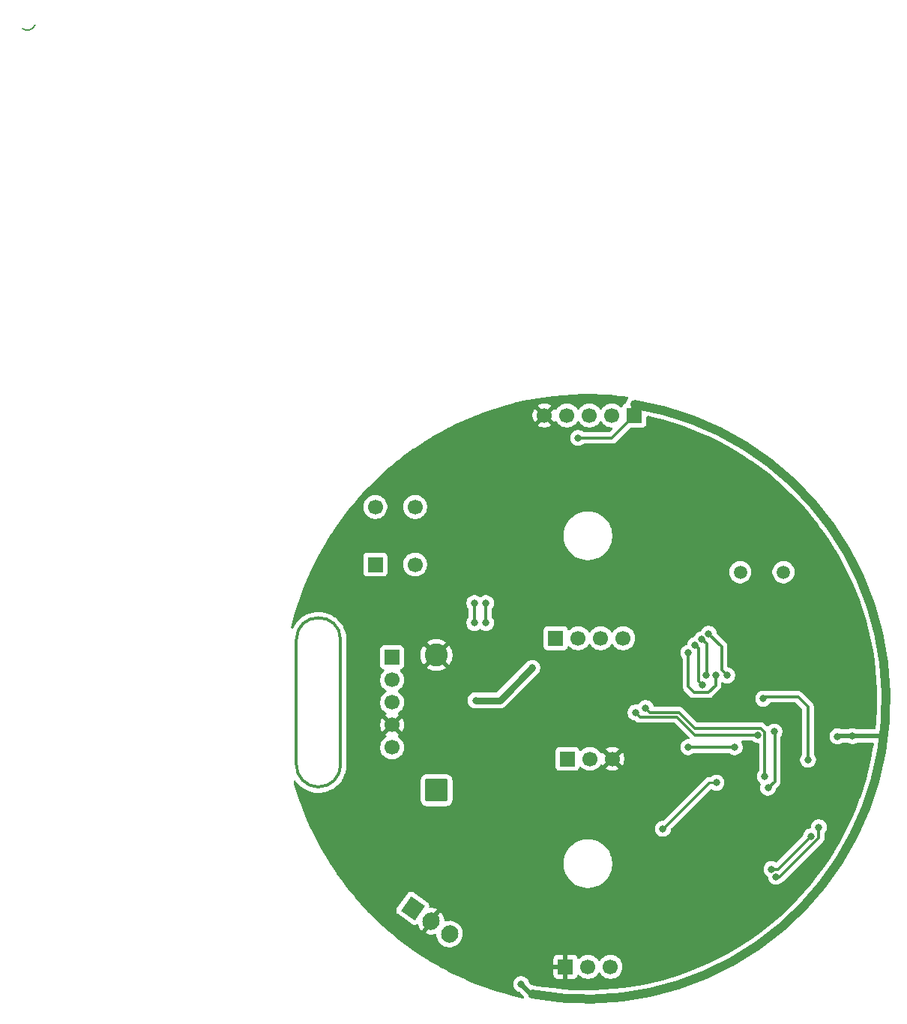
<source format=gbr>
%TF.GenerationSoftware,KiCad,Pcbnew,9.0.6*%
%TF.CreationDate,2025-11-28T23:16:45+01:00*%
%TF.ProjectId,Ruderlage,52756465-726c-4616-9765-2e6b69636164,rev?*%
%TF.SameCoordinates,Original*%
%TF.FileFunction,Copper,L2,Bot*%
%TF.FilePolarity,Positive*%
%FSLAX46Y46*%
G04 Gerber Fmt 4.6, Leading zero omitted, Abs format (unit mm)*
G04 Created by KiCad (PCBNEW 9.0.6) date 2025-11-28 23:16:45*
%MOMM*%
%LPD*%
G01*
G04 APERTURE LIST*
G04 Aperture macros list*
%AMRoundRect*
0 Rectangle with rounded corners*
0 $1 Rounding radius*
0 $2 $3 $4 $5 $6 $7 $8 $9 X,Y pos of 4 corners*
0 Add a 4 corners polygon primitive as box body*
4,1,4,$2,$3,$4,$5,$6,$7,$8,$9,$2,$3,0*
0 Add four circle primitives for the rounded corners*
1,1,$1+$1,$2,$3*
1,1,$1+$1,$4,$5*
1,1,$1+$1,$6,$7*
1,1,$1+$1,$8,$9*
0 Add four rect primitives between the rounded corners*
20,1,$1+$1,$2,$3,$4,$5,0*
20,1,$1+$1,$4,$5,$6,$7,0*
20,1,$1+$1,$6,$7,$8,$9,0*
20,1,$1+$1,$8,$9,$2,$3,0*%
%AMHorizOval*
0 Thick line with rounded ends*
0 $1 width*
0 $2 $3 position (X,Y) of the first rounded end (center of the circle)*
0 $4 $5 position (X,Y) of the second rounded end (center of the circle)*
0 Add line between two ends*
20,1,$1,$2,$3,$4,$5,0*
0 Add two circle primitives to create the rounded ends*
1,1,$1,$2,$3*
1,1,$1,$4,$5*%
%AMRotRect*
0 Rectangle, with rotation*
0 The origin of the aperture is its center*
0 $1 length*
0 $2 width*
0 $3 Rotation angle, in degrees counterclockwise*
0 Add horizontal line*
21,1,$1,$2,0,0,$3*%
G04 Aperture macros list end*
%TA.AperFunction,NonConductor*%
%ADD10C,0.200000*%
%TD*%
%TA.AperFunction,EtchedComponent*%
%ADD11C,0.300000*%
%TD*%
%TA.AperFunction,ComponentPad*%
%ADD12R,1.700000X1.700000*%
%TD*%
%TA.AperFunction,ComponentPad*%
%ADD13C,1.700000*%
%TD*%
%TA.AperFunction,ComponentPad*%
%ADD14RoundRect,0.250000X1.050000X-1.050000X1.050000X1.050000X-1.050000X1.050000X-1.050000X-1.050000X0*%
%TD*%
%TA.AperFunction,ComponentPad*%
%ADD15C,2.600000*%
%TD*%
%TA.AperFunction,ComponentPad*%
%ADD16RotRect,1.905000X2.000000X325.000000*%
%TD*%
%TA.AperFunction,ComponentPad*%
%ADD17HorizOval,1.905000X-0.027245X-0.038910X0.027245X0.038910X0*%
%TD*%
%TA.AperFunction,ComponentPad*%
%ADD18C,1.500000*%
%TD*%
%TA.AperFunction,ViaPad*%
%ADD19C,0.800000*%
%TD*%
%TA.AperFunction,Conductor*%
%ADD20C,0.300000*%
%TD*%
%TA.AperFunction,Conductor*%
%ADD21C,0.500000*%
%TD*%
%TA.AperFunction,Conductor*%
%ADD22C,0.250000*%
%TD*%
%TA.AperFunction,Conductor*%
%ADD23C,0.800000*%
%TD*%
%TA.AperFunction,Conductor*%
%ADD24C,1.000000*%
%TD*%
G04 APERTURE END LIST*
D10*
X-62520000Y75504000D02*
G75*
G02*
X-63945508Y75080237I-889001J381001D01*
G01*
D11*
%TO.C,Z1*%
X-33016070Y-7958332D02*
X-33016000Y6100000D01*
X-28015583Y-8000000D02*
X-28016000Y6100000D01*
X-33016000Y6100000D02*
G75*
G02*
X-28016000Y6100000I2500000J0D01*
G01*
X-28015583Y-8000000D02*
G75*
G02*
X-33016070Y-7958332I-2500417J0D01*
G01*
%TD*%
D12*
%TO.P,SW1,1,1*%
%TO.N,SW SET RUDER*%
X-24094000Y14605649D03*
D13*
X-24094000Y21105649D03*
%TO.P,SW1,2,2*%
%TO.N,+3.3V*%
X-19594000Y14605649D03*
X-19594000Y21105649D03*
%TD*%
D12*
%TO.P,J4,1,Pin_1*%
%TO.N,V-*%
X-2611731Y-30795000D03*
D13*
%TO.P,J4,2,Pin_2*%
%TO.N,RS232 TX*%
X-71731Y-30795000D03*
%TO.P,J4,3,Pin_3*%
%TO.N,RS232 RX*%
X2468269Y-30795000D03*
%TD*%
D12*
%TO.P,J5,1,Pin_1*%
%TO.N,+3.3V*%
X5171000Y31435000D03*
D13*
%TO.P,J5,2,Pin_2*%
%TO.N,SWDCLK*%
X2631000Y31435000D03*
%TO.P,J5,3,Pin_3*%
%TO.N,SWDIO*%
X91000Y31435000D03*
%TO.P,J5,4,Pin_4*%
%TO.N,RESET*%
X-2449000Y31435001D03*
%TO.P,J5,5,Pin_5*%
%TO.N,V-*%
X-4989000Y31435000D03*
%TD*%
D14*
%TO.P,D1,1,A1*%
%TO.N,V+*%
X-17181000Y-10856000D03*
D15*
%TO.P,D1,2,A2*%
%TO.N,V-*%
X-17181000Y4384000D03*
%TD*%
D16*
%TO.P,U6,1,VI*%
%TO.N,+12V*%
X-19868407Y-24189565D03*
D17*
%TO.P,U6,2,GND*%
%TO.N,V-*%
X-17787761Y-25646449D03*
%TO.P,U6,3,VO*%
%TO.N,+5V*%
X-15707115Y-27103333D03*
%TD*%
D12*
%TO.P,J3,1,Pin_1*%
%TO.N,CAN L*%
X-22198731Y4130000D03*
D13*
%TO.P,J3,2,Pin_2*%
%TO.N,CAN H*%
X-22198731Y1590000D03*
%TO.P,J3,3,Pin_3*%
%TO.N,Shield*%
X-22198731Y-950000D03*
%TO.P,J3,4,Pin_4*%
%TO.N,V-*%
X-22198731Y-3490000D03*
%TO.P,J3,5,Pin_5*%
%TO.N,V+*%
X-22198731Y-6030000D03*
%TD*%
D12*
%TO.P,J2,1,Pin_1*%
%TO.N,+5V*%
X-2398200Y-7325400D03*
D13*
%TO.P,J2,2,Pin_2*%
%TO.N,AS5600 OUT*%
X141800Y-7325400D03*
%TO.P,J2,3,Pin_3*%
%TO.N,V-*%
X2681800Y-7325400D03*
%TD*%
D18*
%TO.P,Y1,1,1*%
%TO.N,Net-(U1-OSC2)*%
X22009000Y13740000D03*
%TO.P,Y1,2,2*%
%TO.N,Net-(U1-OSC1)*%
X17129000Y13740000D03*
%TD*%
D12*
%TO.P,J1,1,Pin_1*%
%TO.N,AS5600 DIR*%
X-3719000Y6289000D03*
D13*
%TO.P,J1,2,Pin_2*%
%TO.N,I2C SCL*%
X-1179000Y6289000D03*
%TO.P,J1,3,Pin_3*%
%TO.N,I2C SDA*%
X1361000Y6289000D03*
%TO.P,J1,4,Pin_4*%
%TO.N,AS5600 PGO*%
X3901000Y6289000D03*
%TD*%
D19*
%TO.N,SPI SCK*%
X19723000Y-541400D03*
X24779800Y-7427000D03*
%TO.N,SPI MOSI*%
X20993000Y-4252000D03*
X20258600Y-10576600D03*
%TO.N,RESET*%
X15648500Y2085100D03*
X13553000Y6797000D03*
%TO.N,+3.3V*%
X28117500Y-4785400D03*
X-1179000Y28895000D03*
X8396800Y-15224800D03*
X27085904Y-20705904D03*
X-7610128Y-32745872D03*
X14442000Y-10017800D03*
X29782100Y-4760000D03*
%TO.N,I2C SDA*%
X19903000Y-9332000D03*
X6441000Y-1585000D03*
%TO.N,I2C SCL*%
X5298000Y-2093000D03*
X19153500Y-4633000D03*
%TO.N,RS232 RX*%
X25999000Y-15047000D03*
X21173000Y-20635000D03*
%TO.N,RS232 TX*%
X25110000Y-16063000D03*
X20658760Y-19777933D03*
%TO.N,+5V*%
X-12761400Y-721400D03*
X-6360600Y2936200D03*
%TO.N,V-*%
X18125000Y-10932200D03*
X15913000Y9168000D03*
X-16509400Y-17752100D03*
X12384600Y-27493000D03*
X21628000Y-22455000D03*
X27929529Y-1871426D03*
X12841800Y27015400D03*
X-18731900Y8957900D03*
X-13879000Y14290000D03*
X-24089800Y-10424200D03*
X3266000Y-1178600D03*
X12486200Y-21295400D03*
X27077269Y-15728350D03*
X12853269Y23768650D03*
X980000Y-1178600D03*
X-6360600Y-696000D03*
X-13879000Y21275000D03*
X12486200Y-24394200D03*
X-11466000Y-31176000D03*
X12486200Y-18095000D03*
X21579400Y-14996200D03*
X-11593000Y-28890000D03*
X29809000Y-7046000D03*
X27917000Y5995957D03*
X-27239400Y16144200D03*
X20993000Y19323650D03*
X18453000Y19323650D03*
X-23277000Y-18653800D03*
X12853269Y20339650D03*
X-1306000Y-1178600D03*
%TO.N,SW SET RUDER*%
X11267000Y4638000D03*
X14330202Y2085100D03*
%TO.N,SWDCLK*%
X13299000Y2085100D03*
X12784777Y6156814D03*
%TO.N,SWDIO*%
X12016554Y5516628D03*
X12863777Y1027777D03*
%TO.N,Net-(D3-A)*%
X-12913800Y10251400D03*
X-12913800Y8016200D03*
%TO.N,Net-(D4-A)*%
X-11593000Y10251400D03*
X-11593000Y8016200D03*
%TO.N,~{CAN SILENT MODE}*%
X16510600Y-6004600D03*
X11267000Y-6004600D03*
%TD*%
D20*
%TO.N,SPI SCK*%
X23646580Y-315000D02*
X24779800Y-1448220D01*
X19949400Y-315000D02*
X23646580Y-315000D01*
X19723000Y-541400D02*
X19949400Y-315000D01*
X24779800Y-1448220D02*
X24779800Y-7427000D01*
%TO.N,SPI MOSI*%
X21020600Y-9865400D02*
X20309400Y-10576600D01*
X21020600Y-4279600D02*
X21020600Y-9865400D01*
X20993000Y-4252000D02*
X21020600Y-4279600D01*
%TO.N,RESET*%
X15026200Y5323800D02*
X15026200Y2707400D01*
X15026200Y2707400D02*
X15648500Y2085100D01*
X13553000Y6797000D02*
X15026200Y5323800D01*
%TO.N,+3.3V*%
X2631000Y28895000D02*
X5171000Y31435000D01*
D21*
X-7610128Y-32745872D02*
X-6504694Y-33851306D01*
D22*
X13603800Y-10017800D02*
X8396800Y-15224800D01*
X14442000Y-10017800D02*
X13603800Y-10017800D01*
D23*
X5171000Y31435000D02*
X5171000Y32772849D01*
D21*
X29782100Y-4760000D02*
X33275597Y-4760000D01*
X28142900Y-4760000D02*
X28117500Y-4785400D01*
X29936000Y-4760000D02*
X29782100Y-4760000D01*
D20*
X-1179000Y28895000D02*
X2631000Y28895000D01*
D21*
X29782100Y-4760000D02*
X28142900Y-4760000D01*
D24*
X5228091Y32670084D02*
G75*
G02*
X-6355859Y-33876764I-5410133J-33339892D01*
G01*
D20*
%TO.N,I2C SDA*%
X10204106Y-2101000D02*
X11986106Y-3883000D01*
X6957000Y-2101000D02*
X10204106Y-2101000D01*
X19464161Y-3883000D02*
X19903000Y-4321839D01*
X19903000Y-4321839D02*
X19903000Y-9332000D01*
X11986106Y-3883000D02*
X19464161Y-3883000D01*
X6441000Y-1585000D02*
X6957000Y-2101000D01*
%TO.N,I2C SCL*%
X5806000Y-2601000D02*
X9997000Y-2601000D01*
X5298000Y-2093000D02*
X5806000Y-2601000D01*
X12029000Y-4633000D02*
X19153500Y-4633000D01*
X9997000Y-2601000D02*
X12029000Y-4633000D01*
%TO.N,RS232 RX*%
X21598661Y-20635000D02*
X25999000Y-16234661D01*
X21173000Y-20635000D02*
X21598661Y-20635000D01*
X25999000Y-16234661D02*
X25999000Y-15047000D01*
%TO.N,RS232 TX*%
X20658760Y-19777933D02*
X21395067Y-19777933D01*
X21395067Y-19777933D02*
X25110000Y-16063000D01*
D23*
%TO.N,+5V*%
X-10018200Y-721400D02*
X-6360600Y2936200D01*
X-12761400Y-721400D02*
X-10018200Y-721400D01*
D20*
%TO.N,SW SET RUDER*%
X14330202Y970202D02*
X13553000Y193000D01*
X14330202Y2085100D02*
X14330202Y970202D01*
D22*
X14301200Y2114102D02*
X14330202Y2085100D01*
D20*
X13553000Y193000D02*
X11902000Y193000D01*
X11902000Y193000D02*
X11267000Y828000D01*
X11267000Y828000D02*
X11267000Y4638000D01*
%TO.N,SWDCLK*%
X12796186Y6156814D02*
X13320977Y5632023D01*
X13320977Y5632023D02*
X13320977Y2107077D01*
X13320977Y2107077D02*
X13299000Y2085100D01*
X12784777Y6156814D02*
X12796186Y6156814D01*
%TO.N,SWDIO*%
X12410000Y1481554D02*
X12863777Y1027777D01*
X12016554Y5516628D02*
X12039372Y5516628D01*
X12410000Y5146000D02*
X12410000Y1481554D01*
X12039372Y5516628D02*
X12410000Y5146000D01*
%TO.N,Net-(D3-A)*%
X-12913800Y8067000D02*
X-12913800Y10251400D01*
%TO.N,Net-(D4-A)*%
X-11593000Y8016200D02*
X-11593000Y10353000D01*
%TO.N,~{CAN SILENT MODE}*%
X11267000Y-6004600D02*
X16510600Y-6004600D01*
%TD*%
%TA.AperFunction,Conductor*%
%TO.N,V-*%
G36*
X370056Y33850528D02*
G01*
X514217Y33849304D01*
X517022Y33849247D01*
X1479544Y33817737D01*
X1480385Y33817705D01*
X1657976Y33810161D01*
X1660716Y33810013D01*
X2597028Y33748644D01*
X2598115Y33748566D01*
X2799201Y33733170D01*
X2801806Y33732942D01*
X3717843Y33642721D01*
X3718931Y33642606D01*
X3936609Y33618481D01*
X3938879Y33618206D01*
X4400031Y33557494D01*
X4463926Y33529229D01*
X4502397Y33470904D01*
X4503228Y33401039D01*
X4474651Y33352210D01*
X4475401Y33351594D01*
X4471536Y33346885D01*
X4372986Y33199396D01*
X4370118Y33194029D01*
X4369823Y33194187D01*
X4363930Y33183595D01*
X4364291Y33183383D01*
X4361390Y33178439D01*
X4282738Y33010531D01*
X4240016Y32845474D01*
X4204161Y32785506D01*
X4163305Y32760364D01*
X4078671Y32728798D01*
X4078664Y32728794D01*
X3963455Y32642548D01*
X3963452Y32642545D01*
X3877206Y32527336D01*
X3877203Y32527331D01*
X3828189Y32395917D01*
X3786317Y32339984D01*
X3720853Y32315567D01*
X3652580Y32330419D01*
X3624326Y32351570D01*
X3510786Y32465110D01*
X3338820Y32590049D01*
X3149414Y32686556D01*
X3149413Y32686557D01*
X3149412Y32686557D01*
X2947243Y32752246D01*
X2947241Y32752247D01*
X2947240Y32752247D01*
X2785957Y32777792D01*
X2737287Y32785500D01*
X2524713Y32785500D01*
X2476042Y32777792D01*
X2314760Y32752247D01*
X2112585Y32686556D01*
X1923179Y32590049D01*
X1751213Y32465110D01*
X1600890Y32314787D01*
X1475949Y32142818D01*
X1471484Y32134054D01*
X1423509Y32083258D01*
X1355688Y32066464D01*
X1289553Y32089002D01*
X1250516Y32134054D01*
X1246050Y32142818D01*
X1121109Y32314787D01*
X970786Y32465110D01*
X798820Y32590049D01*
X609414Y32686556D01*
X609413Y32686557D01*
X609412Y32686557D01*
X407243Y32752246D01*
X407241Y32752247D01*
X407240Y32752247D01*
X245957Y32777792D01*
X197287Y32785500D01*
X-15287Y32785500D01*
X-63958Y32777792D01*
X-225240Y32752247D01*
X-427415Y32686556D01*
X-616821Y32590049D01*
X-788787Y32465110D01*
X-939110Y32314787D01*
X-1064052Y32142817D01*
X-1068518Y32134051D01*
X-1116494Y32083258D01*
X-1184316Y32066465D01*
X-1250450Y32089005D01*
X-1289484Y32134055D01*
X-1293950Y32142819D01*
X-1418891Y32314788D01*
X-1569214Y32465111D01*
X-1741180Y32590050D01*
X-1930586Y32686557D01*
X-1930587Y32686558D01*
X-1930588Y32686558D01*
X-2132757Y32752247D01*
X-2132759Y32752248D01*
X-2132760Y32752248D01*
X-2315375Y32781171D01*
X-2342713Y32785501D01*
X-2555287Y32785501D01*
X-2582625Y32781171D01*
X-2765240Y32752248D01*
X-2967415Y32686557D01*
X-3156821Y32590050D01*
X-3328787Y32465111D01*
X-3479110Y32314788D01*
X-3604051Y32142819D01*
X-3608798Y32133502D01*
X-3656773Y32082708D01*
X-3724595Y32065914D01*
X-3790729Y32088453D01*
X-3829764Y32133502D01*
X-3834373Y32142547D01*
X-3834374Y32142548D01*
X-3873730Y32196718D01*
X-3873731Y32196718D01*
X-4506038Y31564410D01*
X-4523075Y31627993D01*
X-4588901Y31742007D01*
X-4681993Y31835099D01*
X-4796007Y31900925D01*
X-4859591Y31917963D01*
X-4227284Y32550272D01*
X-4281450Y32589625D01*
X-4470783Y32686096D01*
X-4672871Y32751758D01*
X-4882754Y32785000D01*
X-5095246Y32785000D01*
X-5305128Y32751758D01*
X-5305131Y32751758D01*
X-5507218Y32686096D01*
X-5696561Y32589620D01*
X-5750718Y32550273D01*
X-5750718Y32550272D01*
X-5118409Y31917963D01*
X-5181993Y31900925D01*
X-5296007Y31835099D01*
X-5389099Y31742007D01*
X-5454925Y31627993D01*
X-5471963Y31564409D01*
X-6104272Y32196718D01*
X-6104273Y32196718D01*
X-6143620Y32142561D01*
X-6240096Y31953218D01*
X-6305758Y31751131D01*
X-6305758Y31751128D01*
X-6339000Y31541247D01*
X-6339000Y31328754D01*
X-6305758Y31118873D01*
X-6305758Y31118870D01*
X-6240096Y30916783D01*
X-6143625Y30727450D01*
X-6104272Y30673284D01*
X-5471963Y31305592D01*
X-5454925Y31242007D01*
X-5389099Y31127993D01*
X-5296007Y31034901D01*
X-5181993Y30969075D01*
X-5118410Y30952038D01*
X-5750718Y30319731D01*
X-5750718Y30319730D01*
X-5696551Y30280376D01*
X-5507218Y30183905D01*
X-5305130Y30118243D01*
X-5095246Y30085000D01*
X-4882754Y30085000D01*
X-4672873Y30118243D01*
X-4672870Y30118243D01*
X-4470783Y30183905D01*
X-4281446Y30280378D01*
X-4227284Y30319730D01*
X-4227283Y30319730D01*
X-4859592Y30952038D01*
X-4796007Y30969075D01*
X-4681993Y31034901D01*
X-4588901Y31127993D01*
X-4523075Y31242007D01*
X-4506038Y31305592D01*
X-3873730Y30673283D01*
X-3873730Y30673284D01*
X-3834378Y30727445D01*
X-3829768Y30736493D01*
X-3781795Y30787291D01*
X-3713975Y30804088D01*
X-3647839Y30781553D01*
X-3608798Y30736500D01*
X-3604051Y30727184D01*
X-3479110Y30555215D01*
X-3328787Y30404892D01*
X-3156821Y30279953D01*
X-3156819Y30279952D01*
X-3156816Y30279950D01*
X-2967412Y30183444D01*
X-2765243Y30117755D01*
X-2555287Y30084501D01*
X-2555286Y30084501D01*
X-2342714Y30084501D01*
X-2342713Y30084501D01*
X-2132757Y30117755D01*
X-1930588Y30183444D01*
X-1741184Y30279950D01*
X-1686430Y30319731D01*
X-1569214Y30404892D01*
X-1569212Y30404895D01*
X-1569208Y30404897D01*
X-1418896Y30555209D01*
X-1418892Y30555214D01*
X-1418891Y30555215D01*
X-1293952Y30727181D01*
X-1293950Y30727184D01*
X-1293949Y30727185D01*
X-1289488Y30735943D01*
X-1241517Y30786739D01*
X-1173697Y30803537D01*
X-1107560Y30781003D01*
X-1068519Y30735950D01*
X-1064054Y30727188D01*
X-1064052Y30727185D01*
X-939110Y30555214D01*
X-788787Y30404891D01*
X-616821Y30279952D01*
X-616819Y30279951D01*
X-616816Y30279949D01*
X-427412Y30183443D01*
X-225243Y30117754D01*
X-15287Y30084500D01*
X-15286Y30084500D01*
X197286Y30084500D01*
X197287Y30084500D01*
X407243Y30117754D01*
X609412Y30183443D01*
X798816Y30279949D01*
X885138Y30342665D01*
X970786Y30404891D01*
X970788Y30404894D01*
X970792Y30404896D01*
X1121104Y30555208D01*
X1121106Y30555212D01*
X1121109Y30555214D01*
X1246048Y30727180D01*
X1246049Y30727181D01*
X1246051Y30727184D01*
X1250514Y30735946D01*
X1298488Y30786741D01*
X1366308Y30803537D01*
X1432444Y30781001D01*
X1471486Y30735944D01*
X1475951Y30727180D01*
X1600890Y30555214D01*
X1751213Y30404891D01*
X1923179Y30279952D01*
X1923181Y30279951D01*
X1923184Y30279949D01*
X2112588Y30183443D01*
X2314757Y30117754D01*
X2524713Y30084500D01*
X2524714Y30084500D01*
X2601191Y30084500D01*
X2668230Y30064815D01*
X2713985Y30012011D01*
X2723929Y29942853D01*
X2694904Y29879297D01*
X2688872Y29872819D01*
X2397873Y29581819D01*
X2336550Y29548334D01*
X2310192Y29545500D01*
X-504638Y29545500D01*
X-571677Y29565185D01*
X-592319Y29581819D01*
X-604962Y29594462D01*
X-604966Y29594465D01*
X-752447Y29693010D01*
X-752460Y29693017D01*
X-916333Y29760894D01*
X-916342Y29760897D01*
X-1090306Y29795500D01*
X-1090309Y29795500D01*
X-1267691Y29795500D01*
X-1267694Y29795500D01*
X-1441659Y29760897D01*
X-1441668Y29760894D01*
X-1605541Y29693017D01*
X-1605554Y29693010D01*
X-1753035Y29594465D01*
X-1753039Y29594462D01*
X-1878462Y29469039D01*
X-1878465Y29469035D01*
X-1977010Y29321554D01*
X-1977017Y29321541D01*
X-2044894Y29157668D01*
X-2044897Y29157659D01*
X-2079500Y28983696D01*
X-2079500Y28806305D01*
X-2044897Y28632342D01*
X-2044894Y28632333D01*
X-1977017Y28468460D01*
X-1977010Y28468447D01*
X-1878468Y28320970D01*
X-1878463Y28320963D01*
X-1753039Y28195539D01*
X-1753035Y28195536D01*
X-1605554Y28096991D01*
X-1605541Y28096984D01*
X-1482637Y28046077D01*
X-1441666Y28029106D01*
X-1441664Y28029106D01*
X-1441659Y28029104D01*
X-1267696Y27994501D01*
X-1267693Y27994500D01*
X-1267691Y27994500D01*
X-1090307Y27994500D01*
X-1090306Y27994501D01*
X-1032318Y28006036D01*
X-916342Y28029104D01*
X-916339Y28029106D01*
X-916334Y28029106D01*
X-752453Y28096987D01*
X-604965Y28195536D01*
X-604962Y28195539D01*
X-592319Y28208181D01*
X-530996Y28241666D01*
X-504638Y28244500D01*
X2695071Y28244500D01*
X2779615Y28261318D01*
X2820744Y28269499D01*
X2939127Y28318535D01*
X2941836Y28320346D01*
X2942772Y28320970D01*
X2994333Y28355422D01*
X3045669Y28389723D01*
X4704127Y30048183D01*
X4765450Y30081667D01*
X4791808Y30084501D01*
X6068871Y30084501D01*
X6068872Y30084501D01*
X6128483Y30090909D01*
X6263331Y30141204D01*
X6378546Y30227454D01*
X6464796Y30342669D01*
X6515091Y30477517D01*
X6521500Y30537127D01*
X6521499Y31254975D01*
X6541183Y31322013D01*
X6593987Y31367768D01*
X6663146Y31377712D01*
X6671643Y31376187D01*
X7277272Y31245540D01*
X7281353Y31244586D01*
X8370447Y30970131D01*
X8374472Y30969043D01*
X9453485Y30657295D01*
X9457542Y30656046D01*
X10525137Y30307395D01*
X10529085Y30306031D01*
X11584137Y29920842D01*
X11588079Y29919325D01*
X12629172Y29498114D01*
X12633053Y29496467D01*
X13025974Y29321541D01*
X13659062Y29039695D01*
X13662928Y29037894D01*
X14672597Y28546120D01*
X14676399Y28544187D01*
X15668571Y28017974D01*
X15672304Y28015911D01*
X16645787Y27455891D01*
X16649446Y27453701D01*
X17603077Y26860544D01*
X17606660Y26858229D01*
X18209903Y26453594D01*
X18539339Y26232620D01*
X18542836Y26230186D01*
X19453485Y25572845D01*
X19456847Y25570329D01*
X19466778Y25562628D01*
X20344325Y24882080D01*
X20347648Y24879410D01*
X21155212Y24207414D01*
X21210930Y24161050D01*
X21214150Y24158275D01*
X21336631Y24049012D01*
X22052233Y23410636D01*
X22055326Y23407780D01*
X22867182Y22631780D01*
X22870214Y22628781D01*
X23654921Y21825300D01*
X23657847Y21822198D01*
X24414448Y20992219D01*
X24417249Y20989038D01*
X24830779Y20502818D01*
X25144854Y20133535D01*
X25147561Y20130239D01*
X25845308Y19250227D01*
X25847893Y19246850D01*
X26096682Y18909887D01*
X26514969Y18343354D01*
X26517443Y18339880D01*
X27153057Y17413972D01*
X27155410Y17410414D01*
X27758794Y16463214D01*
X27761023Y16459578D01*
X27964660Y16114244D01*
X28324796Y15503514D01*
X28331470Y15492197D01*
X28333573Y15488486D01*
X28870428Y14502029D01*
X28872402Y14498249D01*
X29375003Y13493941D01*
X29376846Y13490095D01*
X29844617Y12469082D01*
X29846327Y12465174D01*
X30278712Y11428671D01*
X30280286Y11424707D01*
X30676764Y10373960D01*
X30678201Y10369945D01*
X30946618Y9577039D01*
X31038317Y9306162D01*
X31039614Y9302099D01*
X31362917Y8226612D01*
X31364075Y8222507D01*
X31650218Y7136470D01*
X31651233Y7132327D01*
X31899842Y6037160D01*
X31900715Y6032986D01*
X32111525Y4929861D01*
X32112253Y4925658D01*
X32284993Y3815983D01*
X32285577Y3811758D01*
X32420057Y2696766D01*
X32420495Y2692524D01*
X32516553Y1573549D01*
X32516844Y1569293D01*
X32574359Y447716D01*
X32574504Y443454D01*
X32593415Y-679431D01*
X32593414Y-683696D01*
X32573697Y-1806596D01*
X32573549Y-1810859D01*
X32515225Y-2932425D01*
X32514930Y-2936679D01*
X32492466Y-3196181D01*
X32432049Y-3894106D01*
X32431868Y-3896194D01*
X32406475Y-3961286D01*
X32349922Y-4002317D01*
X32308330Y-4009500D01*
X30317370Y-4009500D01*
X30250331Y-3989815D01*
X30248478Y-3988601D01*
X30208652Y-3961989D01*
X30208647Y-3961987D01*
X30044767Y-3894106D01*
X30044758Y-3894103D01*
X29870794Y-3859500D01*
X29870791Y-3859500D01*
X29693409Y-3859500D01*
X29693406Y-3859500D01*
X29519441Y-3894103D01*
X29519432Y-3894106D01*
X29355552Y-3961987D01*
X29355547Y-3961989D01*
X29315722Y-3988601D01*
X29249045Y-4009480D01*
X29246830Y-4009500D01*
X28614756Y-4009500D01*
X28547717Y-3989815D01*
X28545908Y-3988630D01*
X28544047Y-3987387D01*
X28544045Y-3987386D01*
X28544042Y-3987384D01*
X28380167Y-3919506D01*
X28380158Y-3919503D01*
X28206194Y-3884900D01*
X28206191Y-3884900D01*
X28028809Y-3884900D01*
X28028806Y-3884900D01*
X27854841Y-3919503D01*
X27854832Y-3919506D01*
X27690959Y-3987383D01*
X27690946Y-3987390D01*
X27543465Y-4085935D01*
X27543461Y-4085938D01*
X27418038Y-4211361D01*
X27418035Y-4211365D01*
X27319490Y-4358846D01*
X27319483Y-4358859D01*
X27251606Y-4522732D01*
X27251603Y-4522741D01*
X27217000Y-4696704D01*
X27217000Y-4874095D01*
X27251603Y-5048058D01*
X27251606Y-5048067D01*
X27319483Y-5211940D01*
X27319490Y-5211953D01*
X27418035Y-5359434D01*
X27418038Y-5359438D01*
X27543461Y-5484861D01*
X27543465Y-5484864D01*
X27690946Y-5583409D01*
X27690959Y-5583416D01*
X27793510Y-5625893D01*
X27854834Y-5651294D01*
X27854836Y-5651294D01*
X27854841Y-5651296D01*
X28028804Y-5685899D01*
X28028807Y-5685900D01*
X28028809Y-5685900D01*
X28206193Y-5685900D01*
X28206194Y-5685899D01*
X28264182Y-5674364D01*
X28380158Y-5651296D01*
X28380161Y-5651294D01*
X28380166Y-5651294D01*
X28544047Y-5583413D01*
X28621892Y-5531397D01*
X28688569Y-5510520D01*
X28690783Y-5510500D01*
X29246830Y-5510500D01*
X29313869Y-5530185D01*
X29315722Y-5531399D01*
X29355547Y-5558010D01*
X29355550Y-5558011D01*
X29355553Y-5558013D01*
X29519434Y-5625894D01*
X29519436Y-5625894D01*
X29519441Y-5625896D01*
X29693404Y-5660499D01*
X29693407Y-5660500D01*
X29693409Y-5660500D01*
X29870793Y-5660500D01*
X29870794Y-5660499D01*
X29928782Y-5648964D01*
X30044758Y-5625896D01*
X30044761Y-5625894D01*
X30044766Y-5625894D01*
X30208647Y-5558013D01*
X30208650Y-5558010D01*
X30208652Y-5558010D01*
X30248478Y-5531399D01*
X30315155Y-5510520D01*
X30317370Y-5510500D01*
X32085001Y-5510500D01*
X32152040Y-5530185D01*
X32197795Y-5582989D01*
X32207739Y-5652147D01*
X32207512Y-5653661D01*
X32108222Y-6288493D01*
X32107490Y-6292695D01*
X31895897Y-7395617D01*
X31895022Y-7399791D01*
X31645614Y-8494836D01*
X31644595Y-8498978D01*
X31357686Y-9584755D01*
X31356526Y-9588859D01*
X31032436Y-10664159D01*
X31031135Y-10668221D01*
X30670259Y-11731736D01*
X30668819Y-11735750D01*
X30271590Y-12786203D01*
X30270013Y-12790166D01*
X29836894Y-13826334D01*
X29835182Y-13830241D01*
X29366667Y-14850940D01*
X29364821Y-14854785D01*
X28861504Y-15858721D01*
X28859528Y-15862500D01*
X28321958Y-16848580D01*
X28319852Y-16852289D01*
X27748703Y-17819274D01*
X27746471Y-17822908D01*
X27142421Y-18769654D01*
X27140066Y-18773210D01*
X26503772Y-19698681D01*
X26501295Y-19702153D01*
X25833602Y-20605127D01*
X25831008Y-20608513D01*
X25132605Y-21488055D01*
X25129895Y-21491349D01*
X24401695Y-22346306D01*
X24398875Y-22349504D01*
X23641677Y-23178943D01*
X23638747Y-23182043D01*
X22853507Y-23984914D01*
X22850473Y-23987912D01*
X22038054Y-24763334D01*
X22034919Y-24766225D01*
X21196327Y-25513238D01*
X21193094Y-25516020D01*
X20329299Y-26233759D01*
X20325972Y-26236428D01*
X19438008Y-26924034D01*
X19434591Y-26926587D01*
X18523519Y-27583238D01*
X18520017Y-27585672D01*
X17586882Y-28210615D01*
X17583298Y-28212927D01*
X16629216Y-28805414D01*
X16625554Y-28807601D01*
X15651693Y-29366908D01*
X15647959Y-29368968D01*
X14655432Y-29894456D01*
X14651629Y-29896387D01*
X13641583Y-30387448D01*
X13637715Y-30389246D01*
X12611424Y-30845259D01*
X12607498Y-30846924D01*
X11566086Y-31267393D01*
X11562104Y-31268921D01*
X10506896Y-31653309D01*
X10502864Y-31654700D01*
X9435027Y-32002582D01*
X9430950Y-32003833D01*
X8351814Y-32314776D01*
X8347696Y-32315887D01*
X7258433Y-32589552D01*
X7254279Y-32590519D01*
X6156337Y-32826544D01*
X6152152Y-32827369D01*
X5046691Y-33025504D01*
X5042481Y-33026184D01*
X3930873Y-33186183D01*
X3926641Y-33186718D01*
X2810186Y-33308394D01*
X2805939Y-33308783D01*
X1685969Y-33391990D01*
X1681711Y-33392233D01*
X559522Y-33436877D01*
X555258Y-33436973D01*
X-567770Y-33442997D01*
X-572035Y-33442947D01*
X-1694637Y-33410344D01*
X-1698897Y-33410147D01*
X-2819721Y-33338958D01*
X-2823972Y-33338614D01*
X-3941637Y-33228925D01*
X-3945874Y-33228436D01*
X-5059149Y-33080370D01*
X-5063367Y-33079735D01*
X-6167048Y-32894115D01*
X-6167071Y-32894113D01*
X-6172981Y-32893119D01*
X-6172980Y-32893119D01*
X-6264129Y-32876173D01*
X-6372300Y-32876278D01*
X-6377734Y-32875806D01*
X-6405413Y-32864997D01*
X-6433936Y-32856652D01*
X-6440674Y-32851228D01*
X-6442817Y-32850391D01*
X-6444365Y-32848256D01*
X-6454679Y-32839953D01*
X-6700953Y-32593679D01*
X-6734438Y-32532356D01*
X-6734866Y-32530304D01*
X-6744234Y-32483206D01*
X-6761205Y-32442235D01*
X-6812112Y-32319331D01*
X-6812119Y-32319318D01*
X-6910664Y-32171837D01*
X-6910667Y-32171833D01*
X-7036090Y-32046410D01*
X-7036094Y-32046407D01*
X-7183575Y-31947862D01*
X-7183588Y-31947855D01*
X-7347461Y-31879978D01*
X-7347470Y-31879975D01*
X-7521434Y-31845372D01*
X-7521437Y-31845372D01*
X-7698819Y-31845372D01*
X-7698822Y-31845372D01*
X-7872787Y-31879975D01*
X-7872796Y-31879978D01*
X-8036669Y-31947855D01*
X-8036682Y-31947862D01*
X-8184163Y-32046407D01*
X-8184167Y-32046410D01*
X-8309590Y-32171833D01*
X-8309593Y-32171837D01*
X-8408138Y-32319318D01*
X-8408145Y-32319331D01*
X-8476022Y-32483204D01*
X-8476025Y-32483213D01*
X-8510628Y-32657176D01*
X-8510628Y-32834567D01*
X-8476025Y-33008530D01*
X-8476022Y-33008539D01*
X-8408145Y-33172412D01*
X-8408138Y-33172425D01*
X-8309593Y-33319906D01*
X-8309590Y-33319910D01*
X-8184167Y-33445333D01*
X-8184163Y-33445336D01*
X-8036682Y-33543881D01*
X-8036669Y-33543888D01*
X-7960022Y-33575635D01*
X-7872794Y-33611766D01*
X-7825810Y-33621111D01*
X-7763901Y-33653494D01*
X-7762321Y-33655047D01*
X-7361424Y-34055944D01*
X-7353681Y-34069105D01*
X-7344295Y-34077361D01*
X-7329872Y-34109574D01*
X-7306345Y-34191956D01*
X-7306863Y-34261824D01*
X-7345073Y-34320320D01*
X-7408842Y-34348872D01*
X-7453735Y-34346768D01*
X-8467445Y-34110404D01*
X-8471381Y-34109418D01*
X-9557941Y-33818276D01*
X-9561843Y-33817162D01*
X-10638303Y-33490621D01*
X-10642167Y-33489379D01*
X-11707346Y-33127799D01*
X-11711166Y-33126432D01*
X-12763938Y-32730197D01*
X-12767712Y-32728706D01*
X-13770320Y-32313412D01*
X-13771049Y-32313107D01*
X-13816444Y-32293964D01*
X-13819438Y-32292655D01*
X-14757083Y-31867815D01*
X-14757941Y-31867422D01*
X-14859517Y-31820463D01*
X-14862327Y-31819121D01*
X-15746505Y-31383093D01*
X-15747486Y-31382604D01*
X-15885774Y-31312881D01*
X-15888402Y-31311516D01*
X-15968092Y-31268921D01*
X-16263086Y-31111243D01*
X-16278515Y-31102996D01*
X-16730457Y-30861428D01*
X-16731557Y-30860833D01*
X-16894077Y-30771846D01*
X-16896524Y-30770470D01*
X-17703929Y-30304314D01*
X-17705141Y-30303605D01*
X-17883349Y-30198009D01*
X-17885584Y-30196653D01*
X-18203191Y-29999152D01*
X-18203193Y-29999150D01*
X-18367214Y-29897155D01*
X-3961731Y-29897155D01*
X-3961731Y-30545000D01*
X-3044743Y-30545000D01*
X-3077656Y-30602007D01*
X-3111731Y-30729174D01*
X-3111731Y-30860826D01*
X-3077656Y-30987993D01*
X-3044743Y-31045000D01*
X-3961731Y-31045000D01*
X-3961731Y-31692844D01*
X-3955330Y-31752372D01*
X-3955328Y-31752379D01*
X-3905086Y-31887086D01*
X-3905082Y-31887093D01*
X-3818922Y-32002187D01*
X-3818919Y-32002190D01*
X-3703825Y-32088350D01*
X-3703818Y-32088354D01*
X-3569111Y-32138596D01*
X-3569104Y-32138598D01*
X-3509576Y-32144999D01*
X-3509559Y-32145000D01*
X-2861731Y-32145000D01*
X-2861731Y-31228012D01*
X-2804724Y-31260925D01*
X-2677557Y-31295000D01*
X-2545905Y-31295000D01*
X-2418738Y-31260925D01*
X-2361731Y-31228012D01*
X-2361731Y-32145000D01*
X-1713903Y-32145000D01*
X-1713887Y-32144999D01*
X-1654359Y-32138598D01*
X-1654352Y-32138596D01*
X-1519645Y-32088354D01*
X-1519638Y-32088350D01*
X-1404544Y-32002190D01*
X-1404541Y-32002187D01*
X-1318381Y-31887093D01*
X-1318377Y-31887086D01*
X-1269309Y-31755529D01*
X-1227438Y-31699595D01*
X-1161974Y-31675178D01*
X-1093701Y-31690030D01*
X-1065446Y-31711181D01*
X-951518Y-31825109D01*
X-779552Y-31950048D01*
X-779550Y-31950049D01*
X-779547Y-31950051D01*
X-590143Y-32046557D01*
X-387974Y-32112246D01*
X-178018Y-32145500D01*
X-178017Y-32145500D01*
X34555Y-32145500D01*
X34556Y-32145500D01*
X244512Y-32112246D01*
X446681Y-32046557D01*
X636085Y-31950051D01*
X722740Y-31887093D01*
X808055Y-31825109D01*
X808057Y-31825106D01*
X808061Y-31825104D01*
X958373Y-31674792D01*
X958375Y-31674788D01*
X958378Y-31674786D01*
X1083317Y-31502820D01*
X1083316Y-31502820D01*
X1083320Y-31502816D01*
X1087783Y-31494054D01*
X1135757Y-31443259D01*
X1203577Y-31426463D01*
X1269713Y-31448999D01*
X1308755Y-31494056D01*
X1313220Y-31502820D01*
X1438159Y-31674786D01*
X1588482Y-31825109D01*
X1760448Y-31950048D01*
X1760450Y-31950049D01*
X1760453Y-31950051D01*
X1949857Y-32046557D01*
X2152026Y-32112246D01*
X2361982Y-32145500D01*
X2361983Y-32145500D01*
X2574555Y-32145500D01*
X2574556Y-32145500D01*
X2784512Y-32112246D01*
X2986681Y-32046557D01*
X3176085Y-31950051D01*
X3262740Y-31887093D01*
X3348055Y-31825109D01*
X3348057Y-31825106D01*
X3348061Y-31825104D01*
X3498373Y-31674792D01*
X3498375Y-31674788D01*
X3498378Y-31674786D01*
X3623317Y-31502820D01*
X3623316Y-31502820D01*
X3623320Y-31502816D01*
X3719826Y-31313412D01*
X3785515Y-31111243D01*
X3818769Y-30901287D01*
X3818769Y-30688713D01*
X3785515Y-30478757D01*
X3719826Y-30276588D01*
X3623320Y-30087184D01*
X3623318Y-30087181D01*
X3623317Y-30087179D01*
X3498378Y-29915213D01*
X3348055Y-29764890D01*
X3176089Y-29639951D01*
X2986683Y-29543444D01*
X2986682Y-29543443D01*
X2986681Y-29543443D01*
X2784512Y-29477754D01*
X2784510Y-29477753D01*
X2784509Y-29477753D01*
X2623226Y-29452208D01*
X2574556Y-29444500D01*
X2361982Y-29444500D01*
X2313311Y-29452208D01*
X2152029Y-29477753D01*
X1949854Y-29543444D01*
X1760448Y-29639951D01*
X1588482Y-29764890D01*
X1438159Y-29915213D01*
X1313218Y-30087182D01*
X1308753Y-30095946D01*
X1260778Y-30146742D01*
X1192957Y-30163536D01*
X1126822Y-30140998D01*
X1087785Y-30095946D01*
X1083319Y-30087182D01*
X958378Y-29915213D01*
X808055Y-29764890D01*
X636089Y-29639951D01*
X446683Y-29543444D01*
X446682Y-29543443D01*
X446681Y-29543443D01*
X244512Y-29477754D01*
X244510Y-29477753D01*
X244509Y-29477753D01*
X83226Y-29452208D01*
X34556Y-29444500D01*
X-178018Y-29444500D01*
X-226689Y-29452208D01*
X-387971Y-29477753D01*
X-590146Y-29543444D01*
X-779552Y-29639951D01*
X-951516Y-29764889D01*
X-1065446Y-29878819D01*
X-1126769Y-29912303D01*
X-1196461Y-29907319D01*
X-1252394Y-29865447D01*
X-1269309Y-29834470D01*
X-1318377Y-29702913D01*
X-1318381Y-29702906D01*
X-1404541Y-29587812D01*
X-1404544Y-29587809D01*
X-1519638Y-29501649D01*
X-1519645Y-29501645D01*
X-1654352Y-29451403D01*
X-1654359Y-29451401D01*
X-1713887Y-29445000D01*
X-2361731Y-29445000D01*
X-2361731Y-30361988D01*
X-2418738Y-30329075D01*
X-2545905Y-30295000D01*
X-2677557Y-30295000D01*
X-2804724Y-30329075D01*
X-2861731Y-30361988D01*
X-2861731Y-29445000D01*
X-3509576Y-29445000D01*
X-3569104Y-29451401D01*
X-3569111Y-29451403D01*
X-3703818Y-29501645D01*
X-3703825Y-29501649D01*
X-3818919Y-29587809D01*
X-3818922Y-29587812D01*
X-3905082Y-29702906D01*
X-3905086Y-29702913D01*
X-3955328Y-29837620D01*
X-3955330Y-29837627D01*
X-3961731Y-29897155D01*
X-18367214Y-29897155D01*
X-18663485Y-29712922D01*
X-18664802Y-29712092D01*
X-18782331Y-29636946D01*
X-18852398Y-29592145D01*
X-18854395Y-29590840D01*
X-19606794Y-29088102D01*
X-19608204Y-29087146D01*
X-19799898Y-28955198D01*
X-19801818Y-28953849D01*
X-20531475Y-28430985D01*
X-20532983Y-28429888D01*
X-20724982Y-28287886D01*
X-20726733Y-28286566D01*
X-21436045Y-27742292D01*
X-21437636Y-27741050D01*
X-21626273Y-27591364D01*
X-21627861Y-27590083D01*
X-22229979Y-27095938D01*
X-22318873Y-27022984D01*
X-22320513Y-27021614D01*
X-22502756Y-26866631D01*
X-22504184Y-26865398D01*
X-23178562Y-26273984D01*
X-23180296Y-26272435D01*
X-23353213Y-26114958D01*
X-23354485Y-26113782D01*
X-24013966Y-25496112D01*
X-24015758Y-25494400D01*
X-24176334Y-25337863D01*
X-24177458Y-25336753D01*
X-24823883Y-24690328D01*
X-24825725Y-24688447D01*
X-24970864Y-24537011D01*
X-24971844Y-24535977D01*
X-25093266Y-24406336D01*
X-21724758Y-24406336D01*
X-21720190Y-24550192D01*
X-21675284Y-24686925D01*
X-21675281Y-24686931D01*
X-21593674Y-24805466D01*
X-21593669Y-24805472D01*
X-21548522Y-24844907D01*
X-21548514Y-24844914D01*
X-20618506Y-25496112D01*
X-19909601Y-25992492D01*
X-19857095Y-26021434D01*
X-19717786Y-26057580D01*
X-19573937Y-26053013D01*
X-19437200Y-26008105D01*
X-19412273Y-25990943D01*
X-19345893Y-25969141D01*
X-19278263Y-25986686D01*
X-19230854Y-26038011D01*
X-19224712Y-26052707D01*
X-19151156Y-26266330D01*
X-19151150Y-26266342D01*
X-19043818Y-26468201D01*
X-18906229Y-26650789D01*
X-18906227Y-26650792D01*
X-18840589Y-26714178D01*
X-18273764Y-25904668D01*
X-18227871Y-25984157D01*
X-18125469Y-26086559D01*
X-18000053Y-26158967D01*
X-17866497Y-26194753D01*
X-18431012Y-27000966D01*
X-18348993Y-27040969D01*
X-18130358Y-27107812D01*
X-18130347Y-27107815D01*
X-17903960Y-27139631D01*
X-17903944Y-27139632D01*
X-17675360Y-27135642D01*
X-17675356Y-27135641D01*
X-17450212Y-27095942D01*
X-17450197Y-27095938D01*
X-17351328Y-27061895D01*
X-17281532Y-27058681D01*
X-17221079Y-27093711D01*
X-17189161Y-27155864D01*
X-17186976Y-27176974D01*
X-17185144Y-27281938D01*
X-17185143Y-27281940D01*
X-17145429Y-27507166D01*
X-17145427Y-27507177D01*
X-17070971Y-27723411D01*
X-17070964Y-27723428D01*
X-17028041Y-27804152D01*
X-16963596Y-27925355D01*
X-16894122Y-28017550D01*
X-16825959Y-28108005D01*
X-16825956Y-28108008D01*
X-16661438Y-28266881D01*
X-16474092Y-28398063D01*
X-16474089Y-28398065D01*
X-16373610Y-28447071D01*
X-16268531Y-28498321D01*
X-16049818Y-28565188D01*
X-15823336Y-28597018D01*
X-15594663Y-28593026D01*
X-15369431Y-28553311D01*
X-15153184Y-28478851D01*
X-14951248Y-28371479D01*
X-14768595Y-28233839D01*
X-14609722Y-28069321D01*
X-14424050Y-27804154D01*
X-14323792Y-27598594D01*
X-14256925Y-27379880D01*
X-14225095Y-27153399D01*
X-14229087Y-26924726D01*
X-14268802Y-26699494D01*
X-14343262Y-26483247D01*
X-14450634Y-26281310D01*
X-14588273Y-26098657D01*
X-14600801Y-26086559D01*
X-14752791Y-25939783D01*
X-14752794Y-25939782D01*
X-14836260Y-25881339D01*
X-14940138Y-25808603D01*
X-14940144Y-25808600D01*
X-14940147Y-25808598D01*
X-15145695Y-25708347D01*
X-15145699Y-25708345D01*
X-15364412Y-25641478D01*
X-15364416Y-25641477D01*
X-15364421Y-25641476D01*
X-15590886Y-25609649D01*
X-15590888Y-25609648D01*
X-15590894Y-25609648D01*
X-15590901Y-25609648D01*
X-15590902Y-25609648D01*
X-15819565Y-25613639D01*
X-15819567Y-25613640D01*
X-16044793Y-25653354D01*
X-16044804Y-25653356D01*
X-16144056Y-25687532D01*
X-16213852Y-25690746D01*
X-16274305Y-25655715D01*
X-16306222Y-25593562D01*
X-16308407Y-25572452D01*
X-16310232Y-25467891D01*
X-16349933Y-25242740D01*
X-16349936Y-25242729D01*
X-16424366Y-25026570D01*
X-16424373Y-25026553D01*
X-16531704Y-24824695D01*
X-16669293Y-24642108D01*
X-16669296Y-24642105D01*
X-16734936Y-24578718D01*
X-17301761Y-25388227D01*
X-17347651Y-25308741D01*
X-17450053Y-25206339D01*
X-17575469Y-25133931D01*
X-17709028Y-25098143D01*
X-17144511Y-24291929D01*
X-17226525Y-24251930D01*
X-17445165Y-24185085D01*
X-17445176Y-24185082D01*
X-17671563Y-24153266D01*
X-17671579Y-24153265D01*
X-17897468Y-24157207D01*
X-17964841Y-24138695D01*
X-18011510Y-24086698D01*
X-18022659Y-24017723D01*
X-18019660Y-24002092D01*
X-18012056Y-23972790D01*
X-18016624Y-23828940D01*
X-18061531Y-23692203D01*
X-18143144Y-23573659D01*
X-18188298Y-23534218D01*
X-18188301Y-23534215D01*
X-19827213Y-22386638D01*
X-19855538Y-22371025D01*
X-19879719Y-22357696D01*
X-19879722Y-22357695D01*
X-20019025Y-22321550D01*
X-20019028Y-22321550D01*
X-20090953Y-22323833D01*
X-20162880Y-22326117D01*
X-20299612Y-22371023D01*
X-20299617Y-22371026D01*
X-20418158Y-22452636D01*
X-20457600Y-22497790D01*
X-21659671Y-24214528D01*
X-21688612Y-24267032D01*
X-21688613Y-24267035D01*
X-21724758Y-24406336D01*
X-25093266Y-24406336D01*
X-25330292Y-24153265D01*
X-25607303Y-23857503D01*
X-25609165Y-23855470D01*
X-25735184Y-23714713D01*
X-25735951Y-23713848D01*
X-26363156Y-22998658D01*
X-26365062Y-22996432D01*
X-26467548Y-22873825D01*
X-26468261Y-22872964D01*
X-27090524Y-22114734D01*
X-27092416Y-22112369D01*
X-27165551Y-22018578D01*
X-27166141Y-22017815D01*
X-27647048Y-21391085D01*
X-27788442Y-21206817D01*
X-27790381Y-21204220D01*
X-27825696Y-21155612D01*
X-27826170Y-21154955D01*
X-28379797Y-20382370D01*
X-28453393Y-20279667D01*
X-28455699Y-20276335D01*
X-28847986Y-19689237D01*
X-29080664Y-19341011D01*
X-29082857Y-19337609D01*
X-29106979Y-19298817D01*
X-29299089Y-18989878D01*
X-2837231Y-18989878D01*
X-2837231Y-19298821D01*
X-2802645Y-19605787D01*
X-2802642Y-19605805D01*
X-2733900Y-19906985D01*
X-2733896Y-19906997D01*
X-2631869Y-20198572D01*
X-2631863Y-20198586D01*
X-2497828Y-20476912D01*
X-2497826Y-20476915D01*
X-2333466Y-20738493D01*
X-2140851Y-20980024D01*
X-1922405Y-21198470D01*
X-1680874Y-21391085D01*
X-1419296Y-21555445D01*
X-1140960Y-21689485D01*
X-1140954Y-21689487D01*
X-849379Y-21791514D01*
X-849367Y-21791518D01*
X-548183Y-21860261D01*
X-548177Y-21860261D01*
X-548169Y-21860263D01*
X-343525Y-21883320D01*
X-241202Y-21894849D01*
X-241199Y-21894850D01*
X-241196Y-21894850D01*
X67737Y-21894850D01*
X67738Y-21894849D01*
X224625Y-21877172D01*
X374706Y-21860263D01*
X374711Y-21860262D01*
X374721Y-21860261D01*
X675905Y-21791518D01*
X967498Y-21689485D01*
X1245834Y-21555445D01*
X1507412Y-21391085D01*
X1748943Y-21198470D01*
X1967389Y-20980024D01*
X2160004Y-20738493D01*
X2324364Y-20476915D01*
X2458404Y-20198579D01*
X2560437Y-19906986D01*
X2607981Y-19698681D01*
X2610137Y-19689237D01*
X19758260Y-19689237D01*
X19758260Y-19866628D01*
X19792863Y-20040591D01*
X19792866Y-20040600D01*
X19860743Y-20204473D01*
X19860750Y-20204486D01*
X19959295Y-20351967D01*
X19959298Y-20351971D01*
X20084721Y-20477394D01*
X20084725Y-20477397D01*
X20217391Y-20566042D01*
X20262196Y-20619654D01*
X20272500Y-20669144D01*
X20272500Y-20723695D01*
X20307103Y-20897658D01*
X20307106Y-20897667D01*
X20374983Y-21061540D01*
X20374990Y-21061553D01*
X20473535Y-21209034D01*
X20473538Y-21209038D01*
X20598961Y-21334461D01*
X20598965Y-21334464D01*
X20746446Y-21433009D01*
X20746459Y-21433016D01*
X20869363Y-21483923D01*
X20910334Y-21500894D01*
X20910336Y-21500894D01*
X20910341Y-21500896D01*
X21084304Y-21535499D01*
X21084307Y-21535500D01*
X21084309Y-21535500D01*
X21261693Y-21535500D01*
X21261694Y-21535499D01*
X21319682Y-21523964D01*
X21435658Y-21500896D01*
X21435661Y-21500894D01*
X21435666Y-21500894D01*
X21599547Y-21433013D01*
X21747035Y-21334464D01*
X21826606Y-21254891D01*
X21866831Y-21228015D01*
X21906788Y-21211465D01*
X21925406Y-21199025D01*
X21930416Y-21195678D01*
X21991362Y-21154955D01*
X22013330Y-21140277D01*
X26504277Y-16649330D01*
X26575465Y-16542788D01*
X26624501Y-16424405D01*
X26635099Y-16371126D01*
X26649500Y-16298730D01*
X26649500Y-15721361D01*
X26669185Y-15654322D01*
X26685816Y-15633682D01*
X26698464Y-15621035D01*
X26797013Y-15473547D01*
X26864894Y-15309666D01*
X26873782Y-15264987D01*
X26899499Y-15135695D01*
X26899500Y-15135693D01*
X26899500Y-14958306D01*
X26899499Y-14958304D01*
X26864896Y-14784341D01*
X26864893Y-14784332D01*
X26797016Y-14620459D01*
X26797009Y-14620446D01*
X26698464Y-14472965D01*
X26698461Y-14472961D01*
X26573038Y-14347538D01*
X26573034Y-14347535D01*
X26425553Y-14248990D01*
X26425540Y-14248983D01*
X26261667Y-14181106D01*
X26261658Y-14181103D01*
X26087694Y-14146500D01*
X26087691Y-14146500D01*
X25910309Y-14146500D01*
X25910306Y-14146500D01*
X25736341Y-14181103D01*
X25736332Y-14181106D01*
X25572459Y-14248983D01*
X25572446Y-14248990D01*
X25424965Y-14347535D01*
X25424961Y-14347538D01*
X25299538Y-14472961D01*
X25299535Y-14472965D01*
X25200990Y-14620446D01*
X25200983Y-14620459D01*
X25133106Y-14784332D01*
X25133103Y-14784341D01*
X25098500Y-14958304D01*
X25098500Y-15045381D01*
X25078815Y-15112420D01*
X25026011Y-15158175D01*
X24998692Y-15166998D01*
X24847340Y-15197104D01*
X24847332Y-15197106D01*
X24683459Y-15264983D01*
X24683446Y-15264990D01*
X24535965Y-15363535D01*
X24535961Y-15363538D01*
X24410538Y-15488961D01*
X24410535Y-15488965D01*
X24311990Y-15636446D01*
X24311983Y-15636459D01*
X24244106Y-15800332D01*
X24244103Y-15800341D01*
X24209500Y-15974304D01*
X24209500Y-15992191D01*
X24189815Y-16059230D01*
X24173181Y-16079872D01*
X21269858Y-18983194D01*
X21208535Y-19016679D01*
X21138843Y-19011695D01*
X21113287Y-18998616D01*
X21085307Y-18979920D01*
X21085303Y-18979918D01*
X21085301Y-18979917D01*
X21085302Y-18979917D01*
X20921427Y-18912039D01*
X20921418Y-18912036D01*
X20747454Y-18877433D01*
X20747451Y-18877433D01*
X20570069Y-18877433D01*
X20570066Y-18877433D01*
X20396101Y-18912036D01*
X20396092Y-18912039D01*
X20232219Y-18979916D01*
X20232206Y-18979923D01*
X20084725Y-19078468D01*
X20084721Y-19078471D01*
X19959298Y-19203894D01*
X19959295Y-19203898D01*
X19860750Y-19351379D01*
X19860743Y-19351392D01*
X19792866Y-19515265D01*
X19792863Y-19515274D01*
X19758260Y-19689237D01*
X2610137Y-19689237D01*
X2617824Y-19655557D01*
X2617824Y-19655556D01*
X2629179Y-19605806D01*
X2629182Y-19605787D01*
X2657845Y-19351392D01*
X2663769Y-19298815D01*
X2663769Y-18989885D01*
X2629180Y-18682898D01*
X2560437Y-18381714D01*
X2560060Y-18380638D01*
X2458406Y-18090127D01*
X2458404Y-18090121D01*
X2324364Y-17811785D01*
X2160004Y-17550207D01*
X1967389Y-17308676D01*
X1748943Y-17090230D01*
X1507412Y-16897615D01*
X1245834Y-16733255D01*
X1245831Y-16733253D01*
X967505Y-16599218D01*
X967491Y-16599212D01*
X675916Y-16497185D01*
X675904Y-16497181D01*
X374724Y-16428439D01*
X374706Y-16428436D01*
X67740Y-16393850D01*
X67734Y-16393850D01*
X-241196Y-16393850D01*
X-241203Y-16393850D01*
X-548169Y-16428436D01*
X-548187Y-16428439D01*
X-849367Y-16497181D01*
X-849379Y-16497185D01*
X-1140954Y-16599212D01*
X-1140968Y-16599218D01*
X-1419294Y-16733253D01*
X-1680873Y-16897614D01*
X-1922405Y-17090229D01*
X-2140852Y-17308676D01*
X-2333467Y-17550208D01*
X-2497828Y-17811787D01*
X-2631863Y-18090113D01*
X-2631869Y-18090127D01*
X-2733896Y-18381702D01*
X-2733900Y-18381714D01*
X-2802642Y-18682894D01*
X-2802645Y-18682912D01*
X-2837231Y-18989878D01*
X-29299089Y-18989878D01*
X-29676874Y-18382350D01*
X-29678952Y-18378884D01*
X-30241414Y-17404672D01*
X-30243357Y-17401175D01*
X-30773632Y-16409099D01*
X-30775486Y-16405490D01*
X-31273011Y-15396610D01*
X-31274746Y-15392942D01*
X-31332722Y-15264987D01*
X-31391118Y-15136104D01*
X7496300Y-15136104D01*
X7496300Y-15313495D01*
X7530903Y-15487458D01*
X7530906Y-15487467D01*
X7598783Y-15651340D01*
X7598790Y-15651353D01*
X7697335Y-15798834D01*
X7697338Y-15798838D01*
X7822761Y-15924261D01*
X7822765Y-15924264D01*
X7970246Y-16022809D01*
X7970259Y-16022816D01*
X8058172Y-16059230D01*
X8134134Y-16090694D01*
X8134136Y-16090694D01*
X8134141Y-16090696D01*
X8308104Y-16125299D01*
X8308107Y-16125300D01*
X8308109Y-16125300D01*
X8485493Y-16125300D01*
X8485494Y-16125299D01*
X8543482Y-16113764D01*
X8659458Y-16090696D01*
X8659461Y-16090694D01*
X8659466Y-16090694D01*
X8823347Y-16022813D01*
X8970835Y-15924264D01*
X9096264Y-15798835D01*
X9194813Y-15651347D01*
X9262694Y-15487466D01*
X9265462Y-15473553D01*
X9297299Y-15313495D01*
X9297300Y-15313493D01*
X9297300Y-15260251D01*
X9316985Y-15193212D01*
X9333614Y-15172575D01*
X13748627Y-10757561D01*
X13809948Y-10724078D01*
X13879640Y-10729062D01*
X13905198Y-10742142D01*
X14015453Y-10815813D01*
X14015455Y-10815814D01*
X14015459Y-10815816D01*
X14138363Y-10866723D01*
X14179334Y-10883694D01*
X14179336Y-10883694D01*
X14179341Y-10883696D01*
X14353304Y-10918299D01*
X14353307Y-10918300D01*
X14353309Y-10918300D01*
X14530693Y-10918300D01*
X14530694Y-10918299D01*
X14588682Y-10906764D01*
X14704658Y-10883696D01*
X14704661Y-10883694D01*
X14704666Y-10883694D01*
X14868547Y-10815813D01*
X15016035Y-10717264D01*
X15141464Y-10591835D01*
X15240013Y-10444347D01*
X15307894Y-10280466D01*
X15307973Y-10280073D01*
X15340306Y-10117520D01*
X15342500Y-10106491D01*
X15342500Y-9929109D01*
X15342500Y-9929106D01*
X15342499Y-9929104D01*
X15307896Y-9755141D01*
X15307893Y-9755132D01*
X15240016Y-9591259D01*
X15240009Y-9591246D01*
X15141464Y-9443765D01*
X15141461Y-9443761D01*
X15016038Y-9318338D01*
X15016034Y-9318335D01*
X14868553Y-9219790D01*
X14868540Y-9219783D01*
X14704667Y-9151906D01*
X14704658Y-9151903D01*
X14530694Y-9117300D01*
X14530691Y-9117300D01*
X14353309Y-9117300D01*
X14353306Y-9117300D01*
X14179341Y-9151903D01*
X14179332Y-9151906D01*
X14015459Y-9219783D01*
X14015446Y-9219790D01*
X13867965Y-9318335D01*
X13867961Y-9318338D01*
X13830321Y-9355980D01*
X13768999Y-9389466D01*
X13742639Y-9392300D01*
X13665407Y-9392300D01*
X13542193Y-9392300D01*
X13498490Y-9400993D01*
X13498489Y-9400992D01*
X13421354Y-9416335D01*
X13421348Y-9416337D01*
X13410837Y-9420691D01*
X13307514Y-9463488D01*
X13274888Y-9485289D01*
X13267722Y-9490077D01*
X13267714Y-9490081D01*
X13205068Y-9531940D01*
X13181703Y-9555306D01*
X13117942Y-9619067D01*
X13117939Y-9619070D01*
X10780992Y-11956018D01*
X8449029Y-14287981D01*
X8387706Y-14321466D01*
X8361348Y-14324300D01*
X8308106Y-14324300D01*
X8134141Y-14358903D01*
X8134132Y-14358906D01*
X7970259Y-14426783D01*
X7970246Y-14426790D01*
X7822765Y-14525335D01*
X7822761Y-14525338D01*
X7697338Y-14650761D01*
X7697335Y-14650765D01*
X7598790Y-14798246D01*
X7598783Y-14798259D01*
X7530906Y-14962132D01*
X7530903Y-14962141D01*
X7496300Y-15136104D01*
X-31391118Y-15136104D01*
X-31739003Y-14368304D01*
X-31740609Y-14364598D01*
X-31742967Y-14358906D01*
X-32171090Y-13325325D01*
X-32172579Y-13321556D01*
X-32568819Y-12268771D01*
X-32570181Y-12264964D01*
X-32583633Y-12225336D01*
X-32931771Y-11199756D01*
X-32932994Y-11195950D01*
X-33256368Y-10129929D01*
X-33260413Y-10116306D01*
X-33261278Y-10113243D01*
X-33313252Y-9919273D01*
X-33311589Y-9849426D01*
X-33272427Y-9791563D01*
X-33208198Y-9764059D01*
X-33139296Y-9775645D01*
X-33093779Y-9813451D01*
X-32947249Y-10011590D01*
X-32714205Y-10263926D01*
X-32455116Y-10489436D01*
X-32173049Y-10685453D01*
X-32040550Y-10757563D01*
X-31871350Y-10849647D01*
X-31553592Y-10980078D01*
X-31333557Y-11043492D01*
X-31223543Y-11075199D01*
X-31223542Y-11075199D01*
X-31223539Y-11075200D01*
X-30885103Y-11133884D01*
X-30542294Y-11155435D01*
X-30542294Y-11155434D01*
X-30542293Y-11155435D01*
X-30507982Y-11153851D01*
X-30199173Y-11139599D01*
X-29972929Y-11104241D01*
X-29859810Y-11086564D01*
X-29817757Y-11075200D01*
X-29528214Y-10996956D01*
X-29208326Y-10871838D01*
X-28903932Y-10712693D01*
X-28618639Y-10521405D01*
X-28355827Y-10300243D01*
X-28118611Y-10051826D01*
X-27909800Y-9779097D01*
X-27895802Y-9755983D01*
X-18981500Y-9755983D01*
X-18981500Y-11956001D01*
X-18981499Y-11956018D01*
X-18971000Y-12058796D01*
X-18970999Y-12058799D01*
X-18915815Y-12225331D01*
X-18915814Y-12225334D01*
X-18823712Y-12374656D01*
X-18699656Y-12498712D01*
X-18550334Y-12590814D01*
X-18383797Y-12645999D01*
X-18281009Y-12656500D01*
X-16080992Y-12656499D01*
X-15978203Y-12645999D01*
X-15811666Y-12590814D01*
X-15662344Y-12498712D01*
X-15538288Y-12374656D01*
X-15446186Y-12225334D01*
X-15391001Y-12058797D01*
X-15380500Y-11956009D01*
X-15380501Y-9755992D01*
X-15382603Y-9735419D01*
X-15391001Y-9653203D01*
X-15391002Y-9653200D01*
X-15410398Y-9594667D01*
X-15446186Y-9486666D01*
X-15538288Y-9337344D01*
X-15662344Y-9213288D01*
X-15761861Y-9151906D01*
X-15811664Y-9121187D01*
X-15811669Y-9121185D01*
X-15823393Y-9117300D01*
X-15978203Y-9066001D01*
X-15978205Y-9066000D01*
X-16080990Y-9055500D01*
X-18281002Y-9055500D01*
X-18281019Y-9055501D01*
X-18383797Y-9066000D01*
X-18383800Y-9066001D01*
X-18550332Y-9121185D01*
X-18550337Y-9121187D01*
X-18699658Y-9213289D01*
X-18823711Y-9337342D01*
X-18915813Y-9486663D01*
X-18915815Y-9486668D01*
X-18930817Y-9531942D01*
X-18970999Y-9653203D01*
X-18970999Y-9653204D01*
X-18971000Y-9653204D01*
X-18981500Y-9755983D01*
X-27895802Y-9755983D01*
X-27731870Y-9485289D01*
X-27586927Y-9173881D01*
X-27476691Y-8848565D01*
X-27434435Y-8657638D01*
X-27402468Y-8513204D01*
X-27402468Y-8513201D01*
X-27402466Y-8513194D01*
X-27365132Y-8171743D01*
X-27365102Y-8064152D01*
X-27365081Y-8064050D01*
X-27365083Y-7996457D01*
X-27365083Y-7926706D01*
X-27365083Y-7917682D01*
X-27365087Y-7917644D01*
X-27365468Y5027865D01*
X-23549231Y5027865D01*
X-23549231Y3232130D01*
X-23549230Y3232124D01*
X-23542823Y3172517D01*
X-23492529Y3037672D01*
X-23492525Y3037665D01*
X-23406279Y2922456D01*
X-23406276Y2922453D01*
X-23291067Y2836207D01*
X-23291060Y2836203D01*
X-23159649Y2787190D01*
X-23103715Y2745319D01*
X-23079298Y2679855D01*
X-23094149Y2611582D01*
X-23115300Y2583327D01*
X-23228842Y2469785D01*
X-23353780Y2297821D01*
X-23450287Y2108415D01*
X-23515978Y1906240D01*
X-23549231Y1696287D01*
X-23549231Y1483714D01*
X-23517495Y1283337D01*
X-23515977Y1273757D01*
X-23498252Y1219204D01*
X-23450287Y1071586D01*
X-23353780Y882180D01*
X-23228841Y710214D01*
X-23078518Y559891D01*
X-22906549Y434950D01*
X-22897785Y430484D01*
X-22846989Y382509D01*
X-22830195Y314688D01*
X-22852733Y248553D01*
X-22897785Y209516D01*
X-22906549Y205051D01*
X-23078518Y80110D01*
X-23228841Y-70213D01*
X-23353780Y-242179D01*
X-23450287Y-431585D01*
X-23515978Y-633760D01*
X-23549231Y-843713D01*
X-23549231Y-1056286D01*
X-23517207Y-1258481D01*
X-23515977Y-1266243D01*
X-23453856Y-1457432D01*
X-23450287Y-1468414D01*
X-23353780Y-1657820D01*
X-23228841Y-1829786D01*
X-23078518Y-1980109D01*
X-22906552Y-2105048D01*
X-22906550Y-2105049D01*
X-22906547Y-2105051D01*
X-22897238Y-2109794D01*
X-22846441Y-2157766D01*
X-22829644Y-2225587D01*
X-22852179Y-2291722D01*
X-22897226Y-2330760D01*
X-22906285Y-2335376D01*
X-22906291Y-2335380D01*
X-22960449Y-2374727D01*
X-22960449Y-2374728D01*
X-22328140Y-3007037D01*
X-22391724Y-3024075D01*
X-22505738Y-3089901D01*
X-22598830Y-3182993D01*
X-22664656Y-3297007D01*
X-22681694Y-3360591D01*
X-23314003Y-2728282D01*
X-23314004Y-2728282D01*
X-23353351Y-2782439D01*
X-23449827Y-2971782D01*
X-23515489Y-3173869D01*
X-23515489Y-3173872D01*
X-23548731Y-3383753D01*
X-23548731Y-3596246D01*
X-23515489Y-3806127D01*
X-23515489Y-3806130D01*
X-23449827Y-4008217D01*
X-23353356Y-4197550D01*
X-23314003Y-4251716D01*
X-22681694Y-3619408D01*
X-22664656Y-3682993D01*
X-22598830Y-3797007D01*
X-22505738Y-3890099D01*
X-22391724Y-3955925D01*
X-22328141Y-3972962D01*
X-22960449Y-4605269D01*
X-22960449Y-4605270D01*
X-22906279Y-4644626D01*
X-22906280Y-4644626D01*
X-22897236Y-4649234D01*
X-22846439Y-4697208D01*
X-22829644Y-4765029D01*
X-22852181Y-4831164D01*
X-22897232Y-4870202D01*
X-22906549Y-4874949D01*
X-23078518Y-4999890D01*
X-23228841Y-5150213D01*
X-23353780Y-5322179D01*
X-23450287Y-5511585D01*
X-23515978Y-5713760D01*
X-23549231Y-5923713D01*
X-23549231Y-6136286D01*
X-23524047Y-6295296D01*
X-23515977Y-6346243D01*
X-23460573Y-6516759D01*
X-23450287Y-6548414D01*
X-23353780Y-6737820D01*
X-23228841Y-6909786D01*
X-23078518Y-7060109D01*
X-22906552Y-7185048D01*
X-22906550Y-7185049D01*
X-22906547Y-7185051D01*
X-22717143Y-7281557D01*
X-22514974Y-7347246D01*
X-22305018Y-7380500D01*
X-22305017Y-7380500D01*
X-22092445Y-7380500D01*
X-22092444Y-7380500D01*
X-21882488Y-7347246D01*
X-21680319Y-7281557D01*
X-21490915Y-7185051D01*
X-21418456Y-7132407D01*
X-21318945Y-7060109D01*
X-21318943Y-7060106D01*
X-21318939Y-7060104D01*
X-21168627Y-6909792D01*
X-21168625Y-6909788D01*
X-21168622Y-6909786D01*
X-21043683Y-6737820D01*
X-21043684Y-6737820D01*
X-21043680Y-6737816D01*
X-20947174Y-6548412D01*
X-20907898Y-6427535D01*
X-3748700Y-6427535D01*
X-3748700Y-8223270D01*
X-3748699Y-8223276D01*
X-3742292Y-8282883D01*
X-3691998Y-8417728D01*
X-3691994Y-8417735D01*
X-3605748Y-8532944D01*
X-3605745Y-8532947D01*
X-3490536Y-8619193D01*
X-3490529Y-8619197D01*
X-3355683Y-8669491D01*
X-3355684Y-8669491D01*
X-3348756Y-8670235D01*
X-3296073Y-8675900D01*
X-1500328Y-8675899D01*
X-1440717Y-8669491D01*
X-1305869Y-8619196D01*
X-1190654Y-8532946D01*
X-1104404Y-8417731D01*
X-1055390Y-8286316D01*
X-1013519Y-8230384D01*
X-948055Y-8205966D01*
X-879782Y-8220817D01*
X-851527Y-8241969D01*
X-737987Y-8355509D01*
X-566021Y-8480448D01*
X-566019Y-8480449D01*
X-566016Y-8480451D01*
X-376612Y-8576957D01*
X-174443Y-8642646D01*
X35513Y-8675900D01*
X35514Y-8675900D01*
X248086Y-8675900D01*
X248087Y-8675900D01*
X458043Y-8642646D01*
X660212Y-8576957D01*
X849616Y-8480451D01*
X935938Y-8417735D01*
X1021586Y-8355509D01*
X1021588Y-8355506D01*
X1021592Y-8355504D01*
X1171904Y-8205192D01*
X1171906Y-8205188D01*
X1171909Y-8205186D01*
X1257690Y-8087117D01*
X1296851Y-8033216D01*
X1301593Y-8023908D01*
X1349563Y-7973111D01*
X1417383Y-7956311D01*
X1483519Y-7978845D01*
X1522563Y-8023900D01*
X1527173Y-8032947D01*
X1566528Y-8087116D01*
X2198837Y-7454808D01*
X2215875Y-7518393D01*
X2281701Y-7632407D01*
X2374793Y-7725499D01*
X2488807Y-7791325D01*
X2552390Y-7808362D01*
X1920082Y-8440669D01*
X1920082Y-8440670D01*
X1974249Y-8480024D01*
X2163582Y-8576495D01*
X2365670Y-8642157D01*
X2575554Y-8675400D01*
X2788046Y-8675400D01*
X2997927Y-8642157D01*
X2997930Y-8642157D01*
X3200017Y-8576495D01*
X3389354Y-8480022D01*
X3443516Y-8440670D01*
X3443517Y-8440670D01*
X2811208Y-7808362D01*
X2874793Y-7791325D01*
X2988807Y-7725499D01*
X3081899Y-7632407D01*
X3147725Y-7518393D01*
X3164762Y-7454809D01*
X3797070Y-8087117D01*
X3797070Y-8087116D01*
X3836422Y-8032954D01*
X3932895Y-7843617D01*
X3998557Y-7641530D01*
X3998557Y-7641527D01*
X4031800Y-7431646D01*
X4031800Y-7219153D01*
X3998557Y-7009272D01*
X3998557Y-7009269D01*
X3932895Y-6807182D01*
X3836424Y-6617849D01*
X3797070Y-6563682D01*
X3797069Y-6563682D01*
X3164762Y-7195990D01*
X3147725Y-7132407D01*
X3081899Y-7018393D01*
X2988807Y-6925301D01*
X2874793Y-6859475D01*
X2811209Y-6842437D01*
X3443516Y-6210128D01*
X3389350Y-6170775D01*
X3200017Y-6074304D01*
X2997929Y-6008642D01*
X2788046Y-5975400D01*
X2575554Y-5975400D01*
X2365672Y-6008642D01*
X2365669Y-6008642D01*
X2163582Y-6074304D01*
X1974239Y-6170780D01*
X1920082Y-6210127D01*
X1920082Y-6210128D01*
X2552391Y-6842437D01*
X2488807Y-6859475D01*
X2374793Y-6925301D01*
X2281701Y-7018393D01*
X2215875Y-7132407D01*
X2198837Y-7195991D01*
X1566528Y-6563682D01*
X1566527Y-6563682D01*
X1527180Y-6617840D01*
X1527176Y-6617846D01*
X1522560Y-6626905D01*
X1474581Y-6677697D01*
X1406759Y-6694487D01*
X1340626Y-6671943D01*
X1301594Y-6626893D01*
X1296851Y-6617584D01*
X1296849Y-6617581D01*
X1296848Y-6617579D01*
X1171909Y-6445613D01*
X1021586Y-6295290D01*
X849620Y-6170351D01*
X660214Y-6073844D01*
X660213Y-6073843D01*
X660212Y-6073843D01*
X458043Y-6008154D01*
X458041Y-6008153D01*
X458040Y-6008153D01*
X296757Y-5982608D01*
X248087Y-5974900D01*
X35513Y-5974900D01*
X-13158Y-5982608D01*
X-174440Y-6008153D01*
X-376615Y-6073844D01*
X-566021Y-6170351D01*
X-737985Y-6295289D01*
X-851527Y-6408831D01*
X-912850Y-6442315D01*
X-982542Y-6437331D01*
X-1038475Y-6395459D01*
X-1055390Y-6364482D01*
X-1104403Y-6233071D01*
X-1104407Y-6233064D01*
X-1190653Y-6117855D01*
X-1190656Y-6117852D01*
X-1305865Y-6031606D01*
X-1305872Y-6031602D01*
X-1440718Y-5981308D01*
X-1440717Y-5981308D01*
X-1500317Y-5974901D01*
X-1500319Y-5974900D01*
X-1500327Y-5974900D01*
X-1500336Y-5974900D01*
X-3296071Y-5974900D01*
X-3296077Y-5974901D01*
X-3355684Y-5981308D01*
X-3490529Y-6031602D01*
X-3490536Y-6031606D01*
X-3605745Y-6117852D01*
X-3605748Y-6117855D01*
X-3691994Y-6233064D01*
X-3691998Y-6233071D01*
X-3742292Y-6367917D01*
X-3748699Y-6427516D01*
X-3748700Y-6427535D01*
X-20907898Y-6427535D01*
X-20881485Y-6346243D01*
X-20848231Y-6136287D01*
X-20848231Y-5923713D01*
X-20881485Y-5713757D01*
X-20947174Y-5511588D01*
X-21043680Y-5322184D01*
X-21043682Y-5322181D01*
X-21043683Y-5322179D01*
X-21168622Y-5150213D01*
X-21318945Y-4999890D01*
X-21490914Y-4874949D01*
X-21500227Y-4870204D01*
X-21551024Y-4822230D01*
X-21567819Y-4754409D01*
X-21545282Y-4688274D01*
X-21500224Y-4649232D01*
X-21491176Y-4644622D01*
X-21437015Y-4605270D01*
X-21437014Y-4605270D01*
X-22069323Y-3972962D01*
X-22005738Y-3955925D01*
X-21891724Y-3890099D01*
X-21798632Y-3797007D01*
X-21732806Y-3682993D01*
X-21715769Y-3619409D01*
X-21083461Y-4251717D01*
X-21083461Y-4251716D01*
X-21044109Y-4197554D01*
X-20947636Y-4008217D01*
X-20881974Y-3806130D01*
X-20881974Y-3806127D01*
X-20848731Y-3596246D01*
X-20848731Y-3383753D01*
X-20881974Y-3173872D01*
X-20881974Y-3173869D01*
X-20947636Y-2971782D01*
X-21044107Y-2782449D01*
X-21083461Y-2728282D01*
X-21083462Y-2728282D01*
X-21715769Y-3360590D01*
X-21732806Y-3297007D01*
X-21798632Y-3182993D01*
X-21891724Y-3089901D01*
X-22005738Y-3024075D01*
X-22069322Y-3007037D01*
X-21437015Y-2374728D01*
X-21491184Y-2335373D01*
X-21491184Y-2335372D01*
X-21500231Y-2330763D01*
X-21551025Y-2282788D01*
X-21567819Y-2214966D01*
X-21545280Y-2148832D01*
X-21500223Y-2109793D01*
X-21490915Y-2105051D01*
X-21411724Y-2047515D01*
X-21352247Y-2004304D01*
X4397500Y-2004304D01*
X4397500Y-2181695D01*
X4432103Y-2355658D01*
X4432106Y-2355667D01*
X4499983Y-2519540D01*
X4499990Y-2519553D01*
X4598535Y-2667034D01*
X4598538Y-2667038D01*
X4723961Y-2792461D01*
X4723965Y-2792464D01*
X4871446Y-2891009D01*
X4871459Y-2891016D01*
X4981702Y-2936679D01*
X5035334Y-2958894D01*
X5035336Y-2958894D01*
X5035341Y-2958896D01*
X5209304Y-2993499D01*
X5209307Y-2993500D01*
X5209309Y-2993500D01*
X5227192Y-2993500D01*
X5294231Y-3013185D01*
X5314868Y-3029814D01*
X5374955Y-3089901D01*
X5391330Y-3106276D01*
X5391331Y-3106277D01*
X5497871Y-3177464D01*
X5497870Y-3177464D01*
X5532544Y-3191826D01*
X5616256Y-3226501D01*
X5616260Y-3226501D01*
X5616261Y-3226502D01*
X5741928Y-3251500D01*
X5741931Y-3251500D01*
X9676192Y-3251500D01*
X9743231Y-3271185D01*
X9763873Y-3287819D01*
X11368472Y-4892419D01*
X11401957Y-4953742D01*
X11396973Y-5023434D01*
X11355101Y-5079367D01*
X11289637Y-5103784D01*
X11280791Y-5104100D01*
X11178306Y-5104100D01*
X11004341Y-5138703D01*
X11004332Y-5138706D01*
X10840459Y-5206583D01*
X10840446Y-5206590D01*
X10692965Y-5305135D01*
X10692961Y-5305138D01*
X10567538Y-5430561D01*
X10567535Y-5430565D01*
X10468990Y-5578046D01*
X10468983Y-5578059D01*
X10401106Y-5741932D01*
X10401103Y-5741941D01*
X10366500Y-5915904D01*
X10366500Y-6093295D01*
X10401103Y-6267258D01*
X10401106Y-6267267D01*
X10468983Y-6431140D01*
X10468990Y-6431153D01*
X10567535Y-6578634D01*
X10567538Y-6578638D01*
X10692961Y-6704061D01*
X10692965Y-6704064D01*
X10840446Y-6802609D01*
X10840459Y-6802616D01*
X10895466Y-6825400D01*
X11004334Y-6870494D01*
X11004336Y-6870494D01*
X11004341Y-6870496D01*
X11178304Y-6905099D01*
X11178307Y-6905100D01*
X11178309Y-6905100D01*
X11355693Y-6905100D01*
X11355694Y-6905099D01*
X11413682Y-6893564D01*
X11529658Y-6870496D01*
X11529661Y-6870494D01*
X11529666Y-6870494D01*
X11693547Y-6802613D01*
X11841035Y-6704064D01*
X11841038Y-6704061D01*
X11853681Y-6691419D01*
X11915004Y-6657934D01*
X11941362Y-6655100D01*
X15836238Y-6655100D01*
X15903277Y-6674785D01*
X15923919Y-6691419D01*
X15936561Y-6704061D01*
X15936565Y-6704064D01*
X16084046Y-6802609D01*
X16084059Y-6802616D01*
X16139066Y-6825400D01*
X16247934Y-6870494D01*
X16247936Y-6870494D01*
X16247941Y-6870496D01*
X16421904Y-6905099D01*
X16421907Y-6905100D01*
X16421909Y-6905100D01*
X16599293Y-6905100D01*
X16599294Y-6905099D01*
X16657282Y-6893564D01*
X16773258Y-6870496D01*
X16773261Y-6870494D01*
X16773266Y-6870494D01*
X16937147Y-6802613D01*
X17084635Y-6704064D01*
X17210064Y-6578635D01*
X17308613Y-6431147D01*
X17310113Y-6427527D01*
X17343781Y-6346243D01*
X17376494Y-6267266D01*
X17383297Y-6233069D01*
X17399564Y-6151282D01*
X17411100Y-6093291D01*
X17411100Y-5915909D01*
X17411100Y-5915906D01*
X17411099Y-5915904D01*
X17376496Y-5741941D01*
X17376493Y-5741932D01*
X17308616Y-5578059D01*
X17308609Y-5578046D01*
X17240685Y-5476391D01*
X17219807Y-5409714D01*
X17238291Y-5342333D01*
X17290270Y-5295643D01*
X17343787Y-5283500D01*
X18479138Y-5283500D01*
X18546177Y-5303185D01*
X18566819Y-5319819D01*
X18579461Y-5332461D01*
X18579465Y-5332464D01*
X18726946Y-5431009D01*
X18726959Y-5431016D01*
X18836506Y-5476391D01*
X18890834Y-5498894D01*
X18890836Y-5498894D01*
X18890841Y-5498896D01*
X19064804Y-5533499D01*
X19064807Y-5533500D01*
X19128500Y-5533500D01*
X19195539Y-5553185D01*
X19241294Y-5605989D01*
X19252500Y-5657500D01*
X19252500Y-8657638D01*
X19232815Y-8724677D01*
X19216181Y-8745319D01*
X19203538Y-8757961D01*
X19203535Y-8757965D01*
X19104990Y-8905446D01*
X19104983Y-8905459D01*
X19037106Y-9069332D01*
X19037103Y-9069341D01*
X19002500Y-9243304D01*
X19002500Y-9420692D01*
X19037103Y-9594658D01*
X19037106Y-9594667D01*
X19104983Y-9758540D01*
X19104990Y-9758553D01*
X19203535Y-9906034D01*
X19203538Y-9906038D01*
X19328961Y-10031461D01*
X19328965Y-10031464D01*
X19385914Y-10069517D01*
X19430719Y-10123130D01*
X19439426Y-10192455D01*
X19431585Y-10220070D01*
X19398378Y-10300242D01*
X19392705Y-10313937D01*
X19392703Y-10313941D01*
X19358100Y-10487904D01*
X19358100Y-10665295D01*
X19392703Y-10839258D01*
X19392706Y-10839267D01*
X19460583Y-11003140D01*
X19460590Y-11003153D01*
X19559135Y-11150634D01*
X19559138Y-11150638D01*
X19684561Y-11276061D01*
X19684565Y-11276064D01*
X19832046Y-11374609D01*
X19832059Y-11374616D01*
X19954963Y-11425523D01*
X19995934Y-11442494D01*
X19995936Y-11442494D01*
X19995941Y-11442496D01*
X20169904Y-11477099D01*
X20169907Y-11477100D01*
X20169909Y-11477100D01*
X20347293Y-11477100D01*
X20347294Y-11477099D01*
X20405282Y-11465564D01*
X20521258Y-11442496D01*
X20521261Y-11442494D01*
X20521266Y-11442494D01*
X20685147Y-11374613D01*
X20832635Y-11276064D01*
X20958064Y-11150635D01*
X21056613Y-11003147D01*
X21124494Y-10839266D01*
X21143814Y-10742142D01*
X21156342Y-10679157D01*
X21188727Y-10617246D01*
X21190222Y-10615723D01*
X21525877Y-10280069D01*
X21597065Y-10173527D01*
X21606788Y-10150053D01*
X21646101Y-10055144D01*
X21671100Y-9929469D01*
X21671100Y-4895623D01*
X21690785Y-4828584D01*
X21691998Y-4826732D01*
X21759929Y-4725067D01*
X21791013Y-4678547D01*
X21858894Y-4514666D01*
X21860151Y-4508351D01*
X21893499Y-4340695D01*
X21893500Y-4340693D01*
X21893500Y-4163306D01*
X21893499Y-4163304D01*
X21858896Y-3989341D01*
X21858893Y-3989332D01*
X21858087Y-3987387D01*
X21819450Y-3894106D01*
X21791016Y-3825459D01*
X21791009Y-3825446D01*
X21692464Y-3677965D01*
X21692461Y-3677961D01*
X21567038Y-3552538D01*
X21567034Y-3552535D01*
X21419553Y-3453990D01*
X21419540Y-3453983D01*
X21255667Y-3386106D01*
X21255658Y-3386103D01*
X21081694Y-3351500D01*
X21081691Y-3351500D01*
X20904309Y-3351500D01*
X20904306Y-3351500D01*
X20730341Y-3386103D01*
X20730332Y-3386106D01*
X20566459Y-3453983D01*
X20566446Y-3453990D01*
X20418965Y-3552535D01*
X20418961Y-3552538D01*
X20323985Y-3647515D01*
X20262662Y-3681000D01*
X20192970Y-3676016D01*
X20148623Y-3647515D01*
X19878834Y-3377726D01*
X19869332Y-3371377D01*
X19772288Y-3306535D01*
X19749285Y-3297007D01*
X19653905Y-3257499D01*
X19653899Y-3257497D01*
X19528232Y-3232500D01*
X19528230Y-3232500D01*
X12306914Y-3232500D01*
X12239875Y-3212815D01*
X12219233Y-3196181D01*
X10618780Y-1595727D01*
X10618779Y-1595726D01*
X10618775Y-1595723D01*
X10512233Y-1524535D01*
X10499867Y-1519413D01*
X10393850Y-1475499D01*
X10393844Y-1475497D01*
X10268177Y-1450500D01*
X10268175Y-1450500D01*
X7434152Y-1450500D01*
X7367113Y-1430815D01*
X7321358Y-1378011D01*
X7312535Y-1350691D01*
X7306896Y-1322341D01*
X7306893Y-1322332D01*
X7239016Y-1158459D01*
X7239009Y-1158446D01*
X7140464Y-1010965D01*
X7140461Y-1010961D01*
X7015038Y-885538D01*
X7015034Y-885535D01*
X6867553Y-786990D01*
X6867540Y-786983D01*
X6703667Y-719106D01*
X6703658Y-719103D01*
X6529694Y-684500D01*
X6529691Y-684500D01*
X6352309Y-684500D01*
X6352306Y-684500D01*
X6178341Y-719103D01*
X6178332Y-719106D01*
X6014459Y-786983D01*
X6014446Y-786990D01*
X5866965Y-885535D01*
X5866961Y-885538D01*
X5741538Y-1010961D01*
X5741535Y-1010965D01*
X5639603Y-1163518D01*
X5637503Y-1162115D01*
X5596240Y-1204079D01*
X5528094Y-1219504D01*
X5511709Y-1217367D01*
X5386694Y-1192500D01*
X5386691Y-1192500D01*
X5209309Y-1192500D01*
X5209306Y-1192500D01*
X5035341Y-1227103D01*
X5035332Y-1227106D01*
X4871459Y-1294983D01*
X4871446Y-1294990D01*
X4723965Y-1393535D01*
X4723961Y-1393538D01*
X4598538Y-1518961D01*
X4598535Y-1518965D01*
X4499990Y-1666446D01*
X4499983Y-1666459D01*
X4432106Y-1830332D01*
X4432103Y-1830341D01*
X4397500Y-2004304D01*
X-21352247Y-2004304D01*
X-21318945Y-1980109D01*
X-21318943Y-1980106D01*
X-21318939Y-1980104D01*
X-21168627Y-1829792D01*
X-21168625Y-1829788D01*
X-21168622Y-1829786D01*
X-21059645Y-1679789D01*
X-21043680Y-1657816D01*
X-20947174Y-1468412D01*
X-20881485Y-1266243D01*
X-20848231Y-1056287D01*
X-20848231Y-843713D01*
X-20854510Y-804067D01*
X-20879543Y-646015D01*
X-20880200Y-641876D01*
X-20881485Y-633757D01*
X-20881827Y-632704D01*
X-13661900Y-632704D01*
X-13661900Y-810095D01*
X-13627297Y-984058D01*
X-13627294Y-984067D01*
X-13559417Y-1147940D01*
X-13559410Y-1147953D01*
X-13460865Y-1295434D01*
X-13460862Y-1295438D01*
X-13335439Y-1420861D01*
X-13335435Y-1420864D01*
X-13187954Y-1519409D01*
X-13187941Y-1519416D01*
X-13065037Y-1570323D01*
X-13024066Y-1587294D01*
X-13024064Y-1587294D01*
X-13024059Y-1587296D01*
X-12850096Y-1621899D01*
X-12850093Y-1621900D01*
X-12850091Y-1621900D01*
X-9929507Y-1621900D01*
X-9929506Y-1621899D01*
X-9755534Y-1587295D01*
X-9662808Y-1548886D01*
X-9591653Y-1519413D01*
X-9503241Y-1460336D01*
X-9444164Y-1420864D01*
X-5661136Y2362165D01*
X-5624556Y2416911D01*
X-5562587Y2509653D01*
X-5523346Y2604389D01*
X-5494705Y2673534D01*
X-5460100Y2847509D01*
X-5460100Y3024892D01*
X-5494705Y3198866D01*
X-5562587Y3362747D01*
X-5562588Y3362748D01*
X-5562591Y3362754D01*
X-5661136Y3510236D01*
X-5661139Y3510240D01*
X-5786561Y3635662D01*
X-5786565Y3635665D01*
X-5934047Y3734210D01*
X-5934056Y3734215D01*
X-6097934Y3802095D01*
X-6097942Y3802097D01*
X-6271904Y3836700D01*
X-6271908Y3836700D01*
X-6449291Y3836700D01*
X-6449296Y3836700D01*
X-6623261Y3802097D01*
X-6623277Y3802092D01*
X-6739147Y3754098D01*
X-6739146Y3754097D01*
X-6787146Y3734214D01*
X-6933092Y3636695D01*
X-6934638Y3635663D01*
X-10354881Y215419D01*
X-10416204Y181934D01*
X-10442562Y179100D01*
X-12850094Y179100D01*
X-13024059Y144497D01*
X-13024068Y144494D01*
X-13187941Y76617D01*
X-13187954Y76610D01*
X-13335435Y-21935D01*
X-13335439Y-21938D01*
X-13460862Y-147361D01*
X-13460865Y-147365D01*
X-13559410Y-294846D01*
X-13559417Y-294859D01*
X-13627294Y-458732D01*
X-13627297Y-458741D01*
X-13661900Y-632704D01*
X-20881827Y-632704D01*
X-20947174Y-431588D01*
X-21043680Y-242184D01*
X-21043682Y-242181D01*
X-21043683Y-242179D01*
X-21168622Y-70213D01*
X-21318945Y80110D01*
X-21490911Y205049D01*
X-21491616Y205409D01*
X-21499677Y209515D01*
X-21550472Y257488D01*
X-21567268Y325308D01*
X-21544732Y391444D01*
X-21499677Y430485D01*
X-21490915Y434949D01*
X-21374026Y519873D01*
X-21318945Y559891D01*
X-21318943Y559894D01*
X-21318939Y559896D01*
X-21168627Y710208D01*
X-21168625Y710212D01*
X-21168622Y710214D01*
X-21043683Y882180D01*
X-21043684Y882180D01*
X-21043680Y882184D01*
X-20947174Y1071588D01*
X-20881485Y1273757D01*
X-20848231Y1483713D01*
X-20848231Y1696287D01*
X-20881485Y1906243D01*
X-20947174Y2108412D01*
X-21043680Y2297816D01*
X-21043682Y2297819D01*
X-21043683Y2297821D01*
X-21168622Y2469787D01*
X-21282162Y2583327D01*
X-21315647Y2644650D01*
X-21310663Y2714342D01*
X-21268791Y2770275D01*
X-21237816Y2787190D01*
X-21106400Y2836204D01*
X-20991185Y2922454D01*
X-20904935Y3037669D01*
X-20904933Y3037674D01*
X-20904807Y3038010D01*
X-20854640Y3172518D01*
X-20851808Y3198859D01*
X-20848231Y3232127D01*
X-20848232Y4501986D01*
X-18981000Y4501986D01*
X-18981000Y4266015D01*
X-18950201Y4032086D01*
X-18889130Y3804163D01*
X-18798840Y3586181D01*
X-18798835Y3586172D01*
X-18680856Y3381829D01*
X-18680855Y3381828D01*
X-18618279Y3300277D01*
X-17782042Y4136513D01*
X-17757022Y4076110D01*
X-17685888Y3969649D01*
X-17595351Y3879112D01*
X-17488890Y3807978D01*
X-17428489Y3782959D01*
X-18264725Y2946723D01*
X-18183173Y2884146D01*
X-18183172Y2884145D01*
X-17978829Y2766166D01*
X-17978820Y2766161D01*
X-17760837Y2675871D01*
X-17760839Y2675871D01*
X-17532915Y2614800D01*
X-17298986Y2584001D01*
X-17298971Y2584000D01*
X-17063029Y2584000D01*
X-17063015Y2584001D01*
X-16829086Y2614800D01*
X-16601163Y2675871D01*
X-16383181Y2766161D01*
X-16383172Y2766166D01*
X-16178819Y2884150D01*
X-16097277Y2946721D01*
X-16097277Y2946724D01*
X-16933513Y3782959D01*
X-16873110Y3807978D01*
X-16766649Y3879112D01*
X-16676112Y3969649D01*
X-16604978Y4076110D01*
X-16579959Y4136513D01*
X-15743724Y3300277D01*
X-15743721Y3300277D01*
X-15681150Y3381819D01*
X-15563166Y3586172D01*
X-15563161Y3586181D01*
X-15472871Y3804163D01*
X-15411800Y4032086D01*
X-15381001Y4266015D01*
X-15381000Y4266029D01*
X-15381000Y4501972D01*
X-15381001Y4501986D01*
X-15409256Y4716597D01*
X-15409256Y4716599D01*
X-15410585Y4726696D01*
X10366500Y4726696D01*
X10366500Y4549305D01*
X10401103Y4375342D01*
X10401106Y4375333D01*
X10468983Y4211460D01*
X10468990Y4211447D01*
X10567534Y4063967D01*
X10567535Y4063966D01*
X10567536Y4063965D01*
X10580180Y4051321D01*
X10613665Y3990001D01*
X10616500Y3963639D01*
X10616500Y763931D01*
X10636761Y662076D01*
X10641499Y638256D01*
X10690534Y519875D01*
X10761726Y413327D01*
X11487325Y-312272D01*
X11487331Y-312277D01*
X11593874Y-383466D01*
X11663221Y-412189D01*
X11712256Y-432501D01*
X11712259Y-432501D01*
X11712260Y-432502D01*
X11837928Y-457500D01*
X11837931Y-457500D01*
X13617071Y-457500D01*
X13641180Y-452704D01*
X18822500Y-452704D01*
X18822500Y-630095D01*
X18857103Y-804058D01*
X18857106Y-804067D01*
X18924983Y-967940D01*
X18924990Y-967953D01*
X19023535Y-1115434D01*
X19023538Y-1115438D01*
X19148961Y-1240861D01*
X19148965Y-1240864D01*
X19296446Y-1339409D01*
X19296459Y-1339416D01*
X19389638Y-1378011D01*
X19460334Y-1407294D01*
X19460336Y-1407294D01*
X19460341Y-1407296D01*
X19634304Y-1441899D01*
X19634307Y-1441900D01*
X19634309Y-1441900D01*
X19811693Y-1441900D01*
X19811694Y-1441899D01*
X19869682Y-1430364D01*
X19985658Y-1407296D01*
X19985661Y-1407294D01*
X19985666Y-1407294D01*
X20149547Y-1339413D01*
X20297035Y-1240864D01*
X20422464Y-1115435D01*
X20485825Y-1020608D01*
X20539437Y-975804D01*
X20588927Y-965500D01*
X23325772Y-965500D01*
X23392811Y-985185D01*
X23413453Y-1001819D01*
X24092981Y-1681347D01*
X24126466Y-1742670D01*
X24129300Y-1769028D01*
X24129300Y-6752638D01*
X24109615Y-6819677D01*
X24092981Y-6840319D01*
X24080338Y-6852961D01*
X24080335Y-6852965D01*
X23981790Y-7000446D01*
X23981783Y-7000459D01*
X23913906Y-7164332D01*
X23913903Y-7164341D01*
X23879300Y-7338304D01*
X23879300Y-7515695D01*
X23913903Y-7689658D01*
X23913906Y-7689667D01*
X23981783Y-7853540D01*
X23981790Y-7853553D01*
X24080335Y-8001034D01*
X24080338Y-8001038D01*
X24205761Y-8126461D01*
X24205765Y-8126464D01*
X24353246Y-8225009D01*
X24353259Y-8225016D01*
X24476163Y-8275923D01*
X24517134Y-8292894D01*
X24517136Y-8292894D01*
X24517141Y-8292896D01*
X24691104Y-8327499D01*
X24691107Y-8327500D01*
X24691109Y-8327500D01*
X24868493Y-8327500D01*
X24868494Y-8327499D01*
X24926482Y-8315964D01*
X25042458Y-8292896D01*
X25042461Y-8292894D01*
X25042466Y-8292894D01*
X25206347Y-8225013D01*
X25353835Y-8126464D01*
X25479264Y-8001035D01*
X25577813Y-7853547D01*
X25645694Y-7689666D01*
X25655247Y-7641643D01*
X25668764Y-7573682D01*
X25680300Y-7515691D01*
X25680300Y-7338309D01*
X25680300Y-7338306D01*
X25680299Y-7338304D01*
X25645696Y-7164341D01*
X25645693Y-7164332D01*
X25644375Y-7161151D01*
X25581465Y-7009269D01*
X25577816Y-7000459D01*
X25577809Y-7000446D01*
X25479264Y-6852965D01*
X25479261Y-6852961D01*
X25466619Y-6840319D01*
X25433134Y-6778996D01*
X25430300Y-6752638D01*
X25430300Y-1384148D01*
X25405302Y-1258481D01*
X25405301Y-1258480D01*
X25405301Y-1258476D01*
X25356265Y-1140093D01*
X25319797Y-1085514D01*
X25319797Y-1085513D01*
X25285075Y-1033548D01*
X24061253Y190274D01*
X24061249Y190277D01*
X23954707Y261465D01*
X23836324Y310501D01*
X23836318Y310503D01*
X23710651Y335500D01*
X23710649Y335500D01*
X19942546Y335500D01*
X19918355Y337883D01*
X19883461Y344824D01*
X19811693Y359100D01*
X19811691Y359100D01*
X19634309Y359100D01*
X19634306Y359100D01*
X19460341Y324497D01*
X19460332Y324494D01*
X19296459Y256617D01*
X19296446Y256610D01*
X19148965Y158065D01*
X19148961Y158062D01*
X19023538Y32639D01*
X19023535Y32635D01*
X18924990Y-114846D01*
X18924983Y-114859D01*
X18857106Y-278732D01*
X18857103Y-278741D01*
X18822500Y-452704D01*
X13641180Y-452704D01*
X13701615Y-440682D01*
X13742744Y-432501D01*
X13861127Y-383465D01*
X13908733Y-351656D01*
X13967669Y-312277D01*
X14835479Y555533D01*
X14906668Y662076D01*
X14948857Y763930D01*
X14949346Y765110D01*
X14955701Y780454D01*
X14955703Y780458D01*
X14963884Y821587D01*
X14980702Y906131D01*
X14980702Y1216298D01*
X15000387Y1283337D01*
X15053191Y1329092D01*
X15122349Y1339036D01*
X15173593Y1319400D01*
X15221947Y1287091D01*
X15221953Y1287087D01*
X15221955Y1287086D01*
X15221959Y1287084D01*
X15344863Y1236177D01*
X15385834Y1219206D01*
X15385836Y1219206D01*
X15385841Y1219204D01*
X15559804Y1184601D01*
X15559807Y1184600D01*
X15559809Y1184600D01*
X15737193Y1184600D01*
X15737194Y1184601D01*
X15795182Y1196136D01*
X15911158Y1219204D01*
X15911161Y1219206D01*
X15911166Y1219206D01*
X16075047Y1287087D01*
X16222535Y1385636D01*
X16347964Y1511065D01*
X16446513Y1658553D01*
X16514394Y1822434D01*
X16549000Y1996409D01*
X16549000Y2173791D01*
X16549000Y2173794D01*
X16548999Y2173796D01*
X16514396Y2347759D01*
X16514393Y2347768D01*
X16446516Y2511641D01*
X16446509Y2511654D01*
X16347964Y2659135D01*
X16347961Y2659139D01*
X16222538Y2784562D01*
X16222534Y2784565D01*
X16075053Y2883110D01*
X16075040Y2883117D01*
X15911167Y2950994D01*
X15911159Y2950996D01*
X15776508Y2977780D01*
X15714597Y3010165D01*
X15680023Y3070881D01*
X15676700Y3099397D01*
X15676700Y5387872D01*
X15651702Y5513539D01*
X15651701Y5513540D01*
X15651701Y5513544D01*
X15602665Y5631927D01*
X15589775Y5651218D01*
X15531476Y5738470D01*
X15531474Y5738472D01*
X15531472Y5738475D01*
X14489819Y6780128D01*
X14456334Y6841451D01*
X14453500Y6867809D01*
X14453500Y6885694D01*
X14453499Y6885696D01*
X14418896Y7059659D01*
X14418893Y7059668D01*
X14351016Y7223541D01*
X14351009Y7223554D01*
X14252464Y7371035D01*
X14252461Y7371039D01*
X14127038Y7496462D01*
X14127034Y7496465D01*
X13979553Y7595010D01*
X13979540Y7595017D01*
X13815667Y7662894D01*
X13815658Y7662897D01*
X13641694Y7697500D01*
X13641691Y7697500D01*
X13464309Y7697500D01*
X13464306Y7697500D01*
X13290341Y7662897D01*
X13290332Y7662894D01*
X13126459Y7595017D01*
X13126446Y7595010D01*
X12978965Y7496465D01*
X12978961Y7496462D01*
X12853538Y7371039D01*
X12853535Y7371035D01*
X12754990Y7223554D01*
X12754983Y7223541D01*
X12710602Y7116392D01*
X12666762Y7061988D01*
X12620233Y7042227D01*
X12522116Y7022710D01*
X12522106Y7022707D01*
X12358236Y6954831D01*
X12358223Y6954824D01*
X12210742Y6856279D01*
X12210738Y6856276D01*
X12085315Y6730853D01*
X12085312Y6730849D01*
X11986767Y6583368D01*
X11986760Y6583355D01*
X11942379Y6476206D01*
X11898539Y6421802D01*
X11852010Y6402041D01*
X11753893Y6382524D01*
X11753883Y6382521D01*
X11590013Y6314645D01*
X11590000Y6314638D01*
X11442519Y6216093D01*
X11442515Y6216090D01*
X11317092Y6090667D01*
X11317089Y6090663D01*
X11218544Y5943182D01*
X11218537Y5943169D01*
X11150660Y5779296D01*
X11150658Y5779288D01*
X11115814Y5604116D01*
X11083429Y5542205D01*
X11022713Y5507631D01*
X11018394Y5506692D01*
X11004342Y5503897D01*
X11004329Y5503893D01*
X10840459Y5436017D01*
X10840446Y5436010D01*
X10692965Y5337465D01*
X10692961Y5337462D01*
X10567538Y5212039D01*
X10567535Y5212035D01*
X10468990Y5064554D01*
X10468983Y5064541D01*
X10401106Y4900668D01*
X10401103Y4900659D01*
X10366500Y4726696D01*
X-15410585Y4726696D01*
X-15411799Y4735914D01*
X-15472871Y4963838D01*
X-15563161Y5181820D01*
X-15563166Y5181829D01*
X-15681145Y5386172D01*
X-15681146Y5386173D01*
X-15743723Y5467725D01*
X-16579959Y4631489D01*
X-16604978Y4691890D01*
X-16676112Y4798351D01*
X-16766649Y4888888D01*
X-16873110Y4960022D01*
X-16933512Y4985042D01*
X-16097277Y5821279D01*
X-16178828Y5883855D01*
X-16178829Y5883856D01*
X-16383172Y6001835D01*
X-16383181Y6001840D01*
X-16601164Y6092130D01*
X-16601162Y6092130D01*
X-16829086Y6153201D01*
X-17063015Y6184000D01*
X-17298986Y6184000D01*
X-17532915Y6153201D01*
X-17760838Y6092130D01*
X-17978820Y6001840D01*
X-17978829Y6001835D01*
X-18183172Y5883856D01*
X-18183182Y5883850D01*
X-18264725Y5821280D01*
X-18264725Y5821279D01*
X-17428488Y4985042D01*
X-17488890Y4960022D01*
X-17595351Y4888888D01*
X-17685888Y4798351D01*
X-17757022Y4691890D01*
X-17782042Y4631488D01*
X-18618279Y5467725D01*
X-18618280Y5467725D01*
X-18680850Y5386182D01*
X-18680856Y5386172D01*
X-18798835Y5181829D01*
X-18798840Y5181820D01*
X-18889130Y4963838D01*
X-18950201Y4735915D01*
X-18981000Y4501986D01*
X-20848232Y4501986D01*
X-20848232Y5027872D01*
X-20854640Y5087483D01*
X-20855830Y5090673D01*
X-20904934Y5222329D01*
X-20904938Y5222336D01*
X-20991184Y5337545D01*
X-20991187Y5337548D01*
X-21106396Y5423794D01*
X-21106403Y5423798D01*
X-21241249Y5474092D01*
X-21241248Y5474092D01*
X-21300848Y5480499D01*
X-21300850Y5480500D01*
X-21300858Y5480500D01*
X-21300867Y5480500D01*
X-23096602Y5480500D01*
X-23096608Y5480499D01*
X-23156215Y5474092D01*
X-23291060Y5423798D01*
X-23291067Y5423794D01*
X-23406276Y5337548D01*
X-23406279Y5337545D01*
X-23492525Y5222336D01*
X-23492529Y5222329D01*
X-23542823Y5087483D01*
X-23549072Y5029350D01*
X-23549230Y5027877D01*
X-23549231Y5027865D01*
X-27365468Y5027865D01*
X-27365500Y6100000D01*
X-27365500Y6270815D01*
X-27402437Y6610443D01*
X-27475877Y6944086D01*
X-27584960Y7267833D01*
X-27596740Y7293296D01*
X-27728403Y7577880D01*
X-27728410Y7577893D01*
X-27738713Y7595017D01*
X-27904536Y7870616D01*
X-28111282Y8142586D01*
X-28346221Y8390608D01*
X-28407596Y8442741D01*
X-28606590Y8611769D01*
X-28606596Y8611773D01*
X-28606598Y8611775D01*
X-28683925Y8664204D01*
X-28889353Y8803488D01*
X-28889357Y8803490D01*
X-28889360Y8803492D01*
X-28889362Y8803493D01*
X-29191197Y8963516D01*
X-29191207Y8963521D01*
X-29508567Y9089968D01*
X-29508569Y9089969D01*
X-29837733Y9181360D01*
X-29837754Y9181365D01*
X-30174857Y9236631D01*
X-30174870Y9236632D01*
X-30174871Y9236632D01*
X-30345436Y9245880D01*
X-30515997Y9255127D01*
X-30516003Y9255127D01*
X-30720678Y9244030D01*
X-30857129Y9236632D01*
X-30857131Y9236632D01*
X-30857144Y9236631D01*
X-31194247Y9181365D01*
X-31194268Y9181360D01*
X-31523432Y9089969D01*
X-31523434Y9089968D01*
X-31840794Y8963521D01*
X-31840812Y8963512D01*
X-32142644Y8803490D01*
X-32142648Y8803488D01*
X-32425401Y8611776D01*
X-32425411Y8611769D01*
X-32685779Y8390609D01*
X-32920718Y8142586D01*
X-32920726Y8142577D01*
X-33063383Y7954915D01*
X-33127464Y7870616D01*
X-33127465Y7870614D01*
X-33303591Y7577893D01*
X-33303595Y7577886D01*
X-33372420Y7429123D01*
X-33387399Y7412009D01*
X-33398592Y7392214D01*
X-33409966Y7386222D01*
X-33418434Y7376545D01*
X-33440287Y7370246D01*
X-33460406Y7359645D01*
X-33473217Y7360754D01*
X-33485570Y7357192D01*
X-33507359Y7363707D01*
X-33530016Y7365666D01*
X-33540193Y7373523D01*
X-33552512Y7377206D01*
X-33567321Y7394468D01*
X-33585320Y7408364D01*
X-33589634Y7420476D01*
X-33598006Y7430235D01*
X-33601132Y7452762D01*
X-33608761Y7474185D01*
X-33606973Y7494863D01*
X-33607608Y7499442D01*
X-33605726Y7509319D01*
X-33557084Y7717932D01*
X-33556375Y7720808D01*
X-33534061Y7806505D01*
X-33261267Y8824586D01*
X-33260425Y8827569D01*
X-33256374Y8841212D01*
X-32932988Y9907269D01*
X-32931777Y9911040D01*
X-32786132Y10340096D01*
X-13814300Y10340096D01*
X-13814300Y10162705D01*
X-13779697Y9988742D01*
X-13779694Y9988733D01*
X-13711817Y9824860D01*
X-13711810Y9824847D01*
X-13613266Y9677367D01*
X-13613265Y9677366D01*
X-13613264Y9677365D01*
X-13600620Y9664721D01*
X-13567135Y9603401D01*
X-13564300Y9577039D01*
X-13564300Y8690562D01*
X-13583985Y8623523D01*
X-13600619Y8602881D01*
X-13613262Y8590239D01*
X-13613265Y8590235D01*
X-13711810Y8442754D01*
X-13711817Y8442741D01*
X-13779694Y8278868D01*
X-13779697Y8278859D01*
X-13814300Y8104896D01*
X-13814300Y7927505D01*
X-13779697Y7753542D01*
X-13779694Y7753533D01*
X-13711817Y7589660D01*
X-13711810Y7589647D01*
X-13613265Y7442166D01*
X-13613262Y7442162D01*
X-13487839Y7316739D01*
X-13487835Y7316736D01*
X-13340354Y7218191D01*
X-13340341Y7218184D01*
X-13229046Y7172085D01*
X-13176466Y7150306D01*
X-13176464Y7150306D01*
X-13176459Y7150304D01*
X-13002496Y7115701D01*
X-13002493Y7115700D01*
X-13002491Y7115700D01*
X-12825107Y7115700D01*
X-12825106Y7115701D01*
X-12741520Y7132327D01*
X-12651142Y7150304D01*
X-12651139Y7150306D01*
X-12651134Y7150306D01*
X-12487253Y7218187D01*
X-12339765Y7316736D01*
X-12339761Y7316741D01*
X-12335055Y7320601D01*
X-12333982Y7319293D01*
X-12279778Y7348901D01*
X-12210086Y7343928D01*
X-12172451Y7319742D01*
X-12171745Y7320601D01*
X-12167035Y7316736D01*
X-12019554Y7218191D01*
X-12019541Y7218184D01*
X-11908246Y7172085D01*
X-11855666Y7150306D01*
X-11855664Y7150306D01*
X-11855659Y7150304D01*
X-11681696Y7115701D01*
X-11681693Y7115700D01*
X-11681691Y7115700D01*
X-11504307Y7115700D01*
X-11504306Y7115701D01*
X-11420720Y7132327D01*
X-11330342Y7150304D01*
X-11330339Y7150306D01*
X-11330334Y7150306D01*
X-11242072Y7186865D01*
X-5069500Y7186865D01*
X-5069500Y5391130D01*
X-5069499Y5391124D01*
X-5063092Y5331517D01*
X-5012798Y5196672D01*
X-5012794Y5196665D01*
X-4926548Y5081456D01*
X-4926545Y5081453D01*
X-4811336Y4995207D01*
X-4811329Y4995203D01*
X-4676483Y4944909D01*
X-4676484Y4944909D01*
X-4669556Y4944165D01*
X-4616873Y4938500D01*
X-2821128Y4938501D01*
X-2761517Y4944909D01*
X-2626669Y4995204D01*
X-2511454Y5081454D01*
X-2425204Y5196669D01*
X-2376190Y5328084D01*
X-2334319Y5384016D01*
X-2268855Y5408434D01*
X-2200582Y5393583D01*
X-2172327Y5372431D01*
X-2058787Y5258891D01*
X-1886821Y5133952D01*
X-1886819Y5133951D01*
X-1886816Y5133949D01*
X-1697412Y5037443D01*
X-1495243Y4971754D01*
X-1285287Y4938500D01*
X-1285286Y4938500D01*
X-1072714Y4938500D01*
X-1072713Y4938500D01*
X-862757Y4971754D01*
X-660588Y5037443D01*
X-471184Y5133949D01*
X-436408Y5159215D01*
X-299214Y5258891D01*
X-299212Y5258894D01*
X-299208Y5258896D01*
X-148896Y5409208D01*
X-148894Y5409212D01*
X-148891Y5409214D01*
X-23952Y5581180D01*
X-23953Y5581180D01*
X-23949Y5581184D01*
X-19486Y5589946D01*
X28488Y5640741D01*
X96308Y5657537D01*
X162444Y5635001D01*
X201486Y5589944D01*
X205951Y5581180D01*
X330890Y5409214D01*
X481213Y5258891D01*
X653179Y5133952D01*
X653181Y5133951D01*
X653184Y5133949D01*
X842588Y5037443D01*
X1044757Y4971754D01*
X1254713Y4938500D01*
X1254714Y4938500D01*
X1467286Y4938500D01*
X1467287Y4938500D01*
X1677243Y4971754D01*
X1879412Y5037443D01*
X2068816Y5133949D01*
X2103592Y5159215D01*
X2240786Y5258891D01*
X2240788Y5258894D01*
X2240792Y5258896D01*
X2391104Y5409208D01*
X2391106Y5409212D01*
X2391109Y5409214D01*
X2516048Y5581180D01*
X2516047Y5581180D01*
X2516051Y5581184D01*
X2520514Y5589946D01*
X2568488Y5640741D01*
X2636308Y5657537D01*
X2702444Y5635001D01*
X2741486Y5589944D01*
X2745951Y5581180D01*
X2870890Y5409214D01*
X3021213Y5258891D01*
X3193179Y5133952D01*
X3193181Y5133951D01*
X3193184Y5133949D01*
X3382588Y5037443D01*
X3584757Y4971754D01*
X3794713Y4938500D01*
X3794714Y4938500D01*
X4007286Y4938500D01*
X4007287Y4938500D01*
X4217243Y4971754D01*
X4419412Y5037443D01*
X4608816Y5133949D01*
X4643592Y5159215D01*
X4780786Y5258891D01*
X4780788Y5258894D01*
X4780792Y5258896D01*
X4931104Y5409208D01*
X4931106Y5409212D01*
X4931109Y5409214D01*
X5056048Y5581180D01*
X5056047Y5581180D01*
X5056051Y5581184D01*
X5152557Y5770588D01*
X5218246Y5972757D01*
X5251500Y6182713D01*
X5251500Y6395287D01*
X5218246Y6605243D01*
X5152557Y6807412D01*
X5056051Y6996816D01*
X5056049Y6996819D01*
X5056048Y6996821D01*
X4931109Y7168787D01*
X4780786Y7319110D01*
X4608820Y7444049D01*
X4419414Y7540556D01*
X4419413Y7540557D01*
X4419412Y7540557D01*
X4217243Y7606246D01*
X4217241Y7606247D01*
X4217240Y7606247D01*
X4055957Y7631792D01*
X4007287Y7639500D01*
X3794713Y7639500D01*
X3746042Y7631792D01*
X3584760Y7606247D01*
X3382585Y7540556D01*
X3193179Y7444049D01*
X3021213Y7319110D01*
X2870890Y7168787D01*
X2745949Y6996818D01*
X2741484Y6988054D01*
X2693509Y6937258D01*
X2625688Y6920464D01*
X2559553Y6943002D01*
X2520516Y6988054D01*
X2516050Y6996818D01*
X2391109Y7168787D01*
X2240786Y7319110D01*
X2068820Y7444049D01*
X1879414Y7540556D01*
X1879413Y7540557D01*
X1879412Y7540557D01*
X1677243Y7606246D01*
X1677241Y7606247D01*
X1677240Y7606247D01*
X1515957Y7631792D01*
X1467287Y7639500D01*
X1254713Y7639500D01*
X1206042Y7631792D01*
X1044760Y7606247D01*
X842585Y7540556D01*
X653179Y7444049D01*
X481213Y7319110D01*
X330890Y7168787D01*
X205949Y6996818D01*
X201484Y6988054D01*
X153509Y6937258D01*
X85688Y6920464D01*
X19553Y6943002D01*
X-19484Y6988054D01*
X-23950Y6996818D01*
X-148891Y7168787D01*
X-299214Y7319110D01*
X-471180Y7444049D01*
X-660586Y7540556D01*
X-660587Y7540557D01*
X-660588Y7540557D01*
X-862757Y7606246D01*
X-862759Y7606247D01*
X-862760Y7606247D01*
X-1024043Y7631792D01*
X-1072713Y7639500D01*
X-1285287Y7639500D01*
X-1333958Y7631792D01*
X-1495240Y7606247D01*
X-1697415Y7540556D01*
X-1886821Y7444049D01*
X-2058785Y7319111D01*
X-2172327Y7205569D01*
X-2233650Y7172085D01*
X-2303342Y7177069D01*
X-2359275Y7218941D01*
X-2376190Y7249918D01*
X-2425203Y7381329D01*
X-2425207Y7381336D01*
X-2511453Y7496545D01*
X-2511456Y7496548D01*
X-2626665Y7582794D01*
X-2626672Y7582798D01*
X-2761518Y7633092D01*
X-2761517Y7633092D01*
X-2821117Y7639499D01*
X-2821119Y7639500D01*
X-2821127Y7639500D01*
X-2821136Y7639500D01*
X-4616871Y7639500D01*
X-4616877Y7639499D01*
X-4676484Y7633092D01*
X-4811329Y7582798D01*
X-4811336Y7582794D01*
X-4926545Y7496548D01*
X-4926548Y7496545D01*
X-5012794Y7381336D01*
X-5012798Y7381329D01*
X-5063092Y7246483D01*
X-5069499Y7186884D01*
X-5069500Y7186865D01*
X-11242072Y7186865D01*
X-11166453Y7218187D01*
X-11018965Y7316736D01*
X-10893536Y7442165D01*
X-10794987Y7589653D01*
X-10727106Y7753534D01*
X-10716480Y7806951D01*
X-10692501Y7927505D01*
X-10692500Y7927507D01*
X-10692500Y8104894D01*
X-10692501Y8104896D01*
X-10727104Y8278859D01*
X-10727107Y8278868D01*
X-10794984Y8442741D01*
X-10794991Y8442754D01*
X-10893536Y8590235D01*
X-10893539Y8590239D01*
X-10906181Y8602881D01*
X-10939666Y8664204D01*
X-10942500Y8690562D01*
X-10942500Y9577039D01*
X-10922815Y9644078D01*
X-10906184Y9664718D01*
X-10893536Y9677365D01*
X-10794987Y9824853D01*
X-10727106Y9988734D01*
X-10692500Y10162709D01*
X-10692500Y10340091D01*
X-10692500Y10340094D01*
X-10692501Y10340096D01*
X-10727104Y10514059D01*
X-10727107Y10514068D01*
X-10794984Y10677941D01*
X-10794991Y10677954D01*
X-10893536Y10825435D01*
X-10893539Y10825439D01*
X-11018962Y10950862D01*
X-11018966Y10950865D01*
X-11166447Y11049410D01*
X-11166460Y11049417D01*
X-11330333Y11117294D01*
X-11330342Y11117297D01*
X-11504306Y11151900D01*
X-11504309Y11151900D01*
X-11681691Y11151900D01*
X-11681694Y11151900D01*
X-11855659Y11117297D01*
X-11855668Y11117294D01*
X-12019541Y11049417D01*
X-12019554Y11049410D01*
X-12167035Y10950865D01*
X-12171745Y10946999D01*
X-12172817Y10948306D01*
X-12227042Y10918696D01*
X-12296734Y10923680D01*
X-12334352Y10947857D01*
X-12335055Y10946999D01*
X-12339766Y10950865D01*
X-12487247Y11049410D01*
X-12487260Y11049417D01*
X-12651133Y11117294D01*
X-12651142Y11117297D01*
X-12825106Y11151900D01*
X-12825109Y11151900D01*
X-13002491Y11151900D01*
X-13002494Y11151900D01*
X-13176459Y11117297D01*
X-13176468Y11117294D01*
X-13340341Y11049417D01*
X-13340354Y11049410D01*
X-13487835Y10950865D01*
X-13487839Y10950862D01*
X-13613262Y10825439D01*
X-13613265Y10825435D01*
X-13711810Y10677954D01*
X-13711817Y10677941D01*
X-13779694Y10514068D01*
X-13779697Y10514059D01*
X-13814300Y10340096D01*
X-32786132Y10340096D01*
X-32570170Y10976298D01*
X-32568818Y10980074D01*
X-32172569Y12032884D01*
X-32171099Y12036605D01*
X-31740592Y13075939D01*
X-31739013Y13079583D01*
X-31274735Y14104268D01*
X-31273011Y14107911D01*
X-31272725Y14108489D01*
X-30775476Y15116813D01*
X-30773632Y15120400D01*
X-30773218Y15121173D01*
X-30568853Y15503514D01*
X-25444500Y15503514D01*
X-25444500Y13707779D01*
X-25444499Y13707773D01*
X-25438092Y13648166D01*
X-25387798Y13513321D01*
X-25387794Y13513314D01*
X-25301548Y13398105D01*
X-25301545Y13398102D01*
X-25186336Y13311856D01*
X-25186329Y13311852D01*
X-25051483Y13261558D01*
X-25051484Y13261558D01*
X-25044556Y13260814D01*
X-24991873Y13255149D01*
X-23196128Y13255150D01*
X-23136517Y13261558D01*
X-23001669Y13311853D01*
X-22886454Y13398103D01*
X-22800204Y13513318D01*
X-22749909Y13648166D01*
X-22743500Y13707776D01*
X-22743501Y14711936D01*
X-20944500Y14711936D01*
X-20944500Y14499362D01*
X-20911246Y14289406D01*
X-20851083Y14104243D01*
X-20845556Y14087235D01*
X-20749049Y13897829D01*
X-20624110Y13725863D01*
X-20473787Y13575540D01*
X-20301821Y13450601D01*
X-20301819Y13450600D01*
X-20301816Y13450598D01*
X-20112412Y13354092D01*
X-19910243Y13288403D01*
X-19700287Y13255149D01*
X-19700286Y13255149D01*
X-19487714Y13255149D01*
X-19487713Y13255149D01*
X-19277757Y13288403D01*
X-19075588Y13354092D01*
X-18886184Y13450598D01*
X-18864211Y13466563D01*
X-18714214Y13575540D01*
X-18714212Y13575543D01*
X-18714208Y13575545D01*
X-18563896Y13725857D01*
X-18563894Y13725861D01*
X-18563891Y13725863D01*
X-18482113Y13838423D01*
X15878500Y13838423D01*
X15878500Y13641578D01*
X15909290Y13447174D01*
X15970117Y13259971D01*
X16059476Y13084595D01*
X16175172Y12925354D01*
X16314354Y12786172D01*
X16473595Y12670476D01*
X16556455Y12628257D01*
X16648970Y12581118D01*
X16648972Y12581118D01*
X16648975Y12581116D01*
X16749317Y12548513D01*
X16836173Y12520291D01*
X17030578Y12489500D01*
X17030583Y12489500D01*
X17227422Y12489500D01*
X17421826Y12520291D01*
X17609025Y12581116D01*
X17784405Y12670476D01*
X17943646Y12786172D01*
X18082828Y12925354D01*
X18198524Y13084595D01*
X18287884Y13259975D01*
X18348709Y13447174D01*
X18356116Y13493941D01*
X18379500Y13641578D01*
X18379500Y13838423D01*
X20758500Y13838423D01*
X20758500Y13641578D01*
X20789290Y13447174D01*
X20850117Y13259971D01*
X20939476Y13084595D01*
X21055172Y12925354D01*
X21194354Y12786172D01*
X21353595Y12670476D01*
X21436455Y12628257D01*
X21528970Y12581118D01*
X21528972Y12581118D01*
X21528975Y12581116D01*
X21629317Y12548513D01*
X21716173Y12520291D01*
X21910578Y12489500D01*
X21910583Y12489500D01*
X22107422Y12489500D01*
X22301826Y12520291D01*
X22489025Y12581116D01*
X22664405Y12670476D01*
X22823646Y12786172D01*
X22962828Y12925354D01*
X23078524Y13084595D01*
X23167884Y13259975D01*
X23228709Y13447174D01*
X23236116Y13493941D01*
X23259500Y13641578D01*
X23259500Y13838423D01*
X23228709Y14032827D01*
X23167882Y14220030D01*
X23078523Y14395406D01*
X22962828Y14554646D01*
X22823646Y14693828D01*
X22664405Y14809524D01*
X22489029Y14898883D01*
X22301826Y14959710D01*
X22107422Y14990500D01*
X22107417Y14990500D01*
X21910583Y14990500D01*
X21910578Y14990500D01*
X21716173Y14959710D01*
X21528970Y14898883D01*
X21353594Y14809524D01*
X21262741Y14743515D01*
X21194354Y14693828D01*
X21194352Y14693826D01*
X21194351Y14693826D01*
X21055174Y14554649D01*
X21055174Y14554648D01*
X21055172Y14554646D01*
X21016943Y14502029D01*
X20939476Y14395406D01*
X20850117Y14220030D01*
X20789290Y14032827D01*
X20758500Y13838423D01*
X18379500Y13838423D01*
X18348709Y14032827D01*
X18287882Y14220030D01*
X18198523Y14395406D01*
X18082828Y14554646D01*
X17943646Y14693828D01*
X17784405Y14809524D01*
X17609029Y14898883D01*
X17421826Y14959710D01*
X17227422Y14990500D01*
X17227417Y14990500D01*
X17030583Y14990500D01*
X17030578Y14990500D01*
X16836173Y14959710D01*
X16648970Y14898883D01*
X16473594Y14809524D01*
X16382741Y14743515D01*
X16314354Y14693828D01*
X16314352Y14693826D01*
X16314351Y14693826D01*
X16175174Y14554649D01*
X16175174Y14554648D01*
X16175172Y14554646D01*
X16136943Y14502029D01*
X16059476Y14395406D01*
X15970117Y14220030D01*
X15909290Y14032827D01*
X15878500Y13838423D01*
X-18482113Y13838423D01*
X-18438950Y13897832D01*
X-18438057Y13899583D01*
X-18438057Y13899584D01*
X-18370167Y14032826D01*
X-18342443Y14087237D01*
X-18276754Y14289406D01*
X-18243500Y14499362D01*
X-18243500Y14711936D01*
X-18276754Y14921892D01*
X-18342443Y15124061D01*
X-18438949Y15313465D01*
X-18438951Y15313468D01*
X-18438952Y15313470D01*
X-18563891Y15485436D01*
X-18714214Y15635759D01*
X-18886180Y15760698D01*
X-19075586Y15857205D01*
X-19075587Y15857206D01*
X-19075588Y15857206D01*
X-19277757Y15922895D01*
X-19277759Y15922896D01*
X-19277760Y15922896D01*
X-19439043Y15948441D01*
X-19487713Y15956149D01*
X-19700287Y15956149D01*
X-19748958Y15948441D01*
X-19910240Y15922896D01*
X-20112415Y15857205D01*
X-20301821Y15760698D01*
X-20473787Y15635759D01*
X-20624110Y15485436D01*
X-20749049Y15313470D01*
X-20845556Y15124064D01*
X-20911247Y14921889D01*
X-20944500Y14711936D01*
X-22743501Y14711936D01*
X-22743501Y15503521D01*
X-22749909Y15563132D01*
X-22800204Y15697980D01*
X-22800205Y15697981D01*
X-22800207Y15697985D01*
X-22886453Y15813194D01*
X-22886456Y15813197D01*
X-23001665Y15899443D01*
X-23001672Y15899447D01*
X-23136518Y15949741D01*
X-23136517Y15949741D01*
X-23196117Y15956148D01*
X-23196119Y15956149D01*
X-23196127Y15956149D01*
X-23196136Y15956149D01*
X-24991871Y15956149D01*
X-24991877Y15956148D01*
X-25051484Y15949741D01*
X-25186329Y15899447D01*
X-25186336Y15899443D01*
X-25301545Y15813197D01*
X-25301548Y15813194D01*
X-25387794Y15697985D01*
X-25387798Y15697978D01*
X-25438092Y15563132D01*
X-25444499Y15503533D01*
X-25444499Y15503526D01*
X-25444500Y15503514D01*
X-30568853Y15503514D01*
X-30243343Y16112502D01*
X-30241429Y16115947D01*
X-29678928Y17090226D01*
X-29676891Y17093625D01*
X-29106977Y18010122D01*
X-2837231Y18010122D01*
X-2837231Y17701179D01*
X-2802645Y17394213D01*
X-2802642Y17394195D01*
X-2733900Y17093015D01*
X-2733896Y17093003D01*
X-2631869Y16801428D01*
X-2631863Y16801414D01*
X-2497828Y16523088D01*
X-2497826Y16523085D01*
X-2333466Y16261507D01*
X-2140851Y16019976D01*
X-1922405Y15801530D01*
X-1680874Y15608915D01*
X-1419296Y15444555D01*
X-1140960Y15310515D01*
X-1140954Y15310513D01*
X-849379Y15208486D01*
X-849367Y15208482D01*
X-548183Y15139739D01*
X-548177Y15139739D01*
X-548169Y15139737D01*
X-360613Y15118605D01*
X-241202Y15105151D01*
X-241199Y15105150D01*
X-241196Y15105150D01*
X67737Y15105150D01*
X67738Y15105151D01*
X224625Y15122828D01*
X374706Y15139737D01*
X374711Y15139738D01*
X374721Y15139739D01*
X675905Y15208482D01*
X967498Y15310515D01*
X1245834Y15444555D01*
X1507412Y15608915D01*
X1748943Y15801530D01*
X1967389Y16019976D01*
X2160004Y16261507D01*
X2324364Y16523085D01*
X2458404Y16801421D01*
X2560437Y17093014D01*
X2629180Y17394198D01*
X2663769Y17701185D01*
X2663769Y18010115D01*
X2629180Y18317102D01*
X2560437Y18618286D01*
X2458404Y18909879D01*
X2324364Y19188215D01*
X2160004Y19449793D01*
X1967389Y19691324D01*
X1748943Y19909770D01*
X1738467Y19918124D01*
X1541068Y20075545D01*
X1507412Y20102385D01*
X1310907Y20225857D01*
X1245831Y20266747D01*
X967505Y20400782D01*
X967491Y20400788D01*
X675916Y20502815D01*
X675904Y20502819D01*
X374724Y20571561D01*
X374706Y20571564D01*
X67740Y20606150D01*
X67734Y20606150D01*
X-241196Y20606150D01*
X-241203Y20606150D01*
X-548169Y20571564D01*
X-548187Y20571561D01*
X-849367Y20502819D01*
X-849379Y20502815D01*
X-1140954Y20400788D01*
X-1140968Y20400782D01*
X-1419294Y20266747D01*
X-1680873Y20102386D01*
X-1922405Y19909771D01*
X-2140852Y19691324D01*
X-2333467Y19449792D01*
X-2497828Y19188213D01*
X-2631863Y18909887D01*
X-2631869Y18909873D01*
X-2733896Y18618298D01*
X-2733900Y18618286D01*
X-2802642Y18317106D01*
X-2802645Y18317088D01*
X-2837231Y18010122D01*
X-29106977Y18010122D01*
X-29082834Y18048947D01*
X-29080683Y18052284D01*
X-28455677Y18987669D01*
X-28453413Y18990940D01*
X-27826058Y19866414D01*
X-27825696Y19866914D01*
X-27794559Y19909771D01*
X-27790351Y19915563D01*
X-27788498Y19918045D01*
X-27165935Y20729385D01*
X-27165704Y20729683D01*
X-27092355Y20823749D01*
X-27090590Y20825955D01*
X-26773823Y21211936D01*
X-25444500Y21211936D01*
X-25444500Y20999363D01*
X-25413341Y20802629D01*
X-25411246Y20789406D01*
X-25391841Y20729683D01*
X-25345556Y20587235D01*
X-25249049Y20397829D01*
X-25124110Y20225863D01*
X-24973787Y20075540D01*
X-24801821Y19950601D01*
X-24801819Y19950600D01*
X-24801816Y19950598D01*
X-24612412Y19854092D01*
X-24410243Y19788403D01*
X-24200287Y19755149D01*
X-24200286Y19755149D01*
X-23987714Y19755149D01*
X-23987713Y19755149D01*
X-23777757Y19788403D01*
X-23575588Y19854092D01*
X-23386184Y19950598D01*
X-23364211Y19966563D01*
X-23214214Y20075540D01*
X-23214212Y20075543D01*
X-23214208Y20075545D01*
X-23063896Y20225857D01*
X-23063894Y20225861D01*
X-23063891Y20225863D01*
X-22938952Y20397829D01*
X-22938953Y20397829D01*
X-22938949Y20397833D01*
X-22842443Y20587237D01*
X-22776754Y20789406D01*
X-22743500Y20999362D01*
X-22743500Y21211936D01*
X-20944500Y21211936D01*
X-20944500Y20999363D01*
X-20913341Y20802629D01*
X-20911246Y20789406D01*
X-20891841Y20729683D01*
X-20845556Y20587235D01*
X-20749049Y20397829D01*
X-20624110Y20225863D01*
X-20473787Y20075540D01*
X-20301821Y19950601D01*
X-20301819Y19950600D01*
X-20301816Y19950598D01*
X-20112412Y19854092D01*
X-19910243Y19788403D01*
X-19700287Y19755149D01*
X-19700286Y19755149D01*
X-19487714Y19755149D01*
X-19487713Y19755149D01*
X-19277757Y19788403D01*
X-19075588Y19854092D01*
X-18886184Y19950598D01*
X-18864211Y19966563D01*
X-18714214Y20075540D01*
X-18714212Y20075543D01*
X-18714208Y20075545D01*
X-18563896Y20225857D01*
X-18563894Y20225861D01*
X-18563891Y20225863D01*
X-18438952Y20397829D01*
X-18438953Y20397829D01*
X-18438949Y20397833D01*
X-18342443Y20587237D01*
X-18276754Y20789406D01*
X-18243500Y20999362D01*
X-18243500Y21211936D01*
X-18276754Y21421892D01*
X-18342443Y21624061D01*
X-18438949Y21813465D01*
X-18438951Y21813468D01*
X-18438952Y21813470D01*
X-18563891Y21985436D01*
X-18714214Y22135759D01*
X-18886180Y22260698D01*
X-19075586Y22357205D01*
X-19075587Y22357206D01*
X-19075588Y22357206D01*
X-19277757Y22422895D01*
X-19277759Y22422896D01*
X-19277760Y22422896D01*
X-19439043Y22448441D01*
X-19487713Y22456149D01*
X-19700287Y22456149D01*
X-19748958Y22448441D01*
X-19910240Y22422896D01*
X-20112415Y22357205D01*
X-20301821Y22260698D01*
X-20473787Y22135759D01*
X-20624110Y21985436D01*
X-20749049Y21813470D01*
X-20845556Y21624064D01*
X-20911247Y21421889D01*
X-20944500Y21211936D01*
X-22743500Y21211936D01*
X-22776754Y21421892D01*
X-22842443Y21624061D01*
X-22938949Y21813465D01*
X-22938951Y21813468D01*
X-22938952Y21813470D01*
X-23063891Y21985436D01*
X-23214214Y22135759D01*
X-23386180Y22260698D01*
X-23575586Y22357205D01*
X-23575587Y22357206D01*
X-23575588Y22357206D01*
X-23777757Y22422895D01*
X-23777759Y22422896D01*
X-23777760Y22422896D01*
X-23939043Y22448441D01*
X-23987713Y22456149D01*
X-24200287Y22456149D01*
X-24248958Y22448441D01*
X-24410240Y22422896D01*
X-24612415Y22357205D01*
X-24801821Y22260698D01*
X-24973787Y22135759D01*
X-25124110Y21985436D01*
X-25249049Y21813470D01*
X-25345556Y21624064D01*
X-25411247Y21421889D01*
X-25444500Y21211936D01*
X-26773823Y21211936D01*
X-26467993Y21584591D01*
X-26467747Y21584888D01*
X-26364986Y21707824D01*
X-26363230Y21709874D01*
X-25735757Y22425370D01*
X-25735348Y22425831D01*
X-25609109Y22566834D01*
X-25607388Y22568714D01*
X-24971714Y23247416D01*
X-24970970Y23248202D01*
X-24825635Y23399842D01*
X-24823981Y23401531D01*
X-24177282Y24048229D01*
X-24176490Y24049012D01*
X-24015663Y24205794D01*
X-24014069Y24207317D01*
X-23354379Y24825183D01*
X-23353295Y24826186D01*
X-23180200Y24983824D01*
X-23178669Y24985192D01*
X-22504055Y25576812D01*
X-22502884Y25577823D01*
X-22320362Y25733043D01*
X-22319003Y25734179D01*
X-21627732Y26301490D01*
X-21626402Y26302563D01*
X-21437478Y26452476D01*
X-21436203Y26453471D01*
X-20726585Y26997981D01*
X-20725117Y26999087D01*
X-20532813Y27141315D01*
X-20531682Y27142138D01*
X-19801701Y27665234D01*
X-19800008Y27666424D01*
X-19608005Y27798584D01*
X-19607019Y27799252D01*
X-18854248Y28302239D01*
X-18852538Y28303357D01*
X-18664711Y28423452D01*
X-18663591Y28424158D01*
X-17885488Y28908013D01*
X-17883476Y28909234D01*
X-17704963Y29015012D01*
X-17704127Y29015501D01*
X-16896405Y29481840D01*
X-16894194Y29483083D01*
X-16731285Y29572283D01*
X-16730792Y29572550D01*
X-15888261Y30022892D01*
X-15885913Y30024111D01*
X-15747181Y30094059D01*
X-15746948Y30094176D01*
X-14862258Y30530456D01*
X-14859550Y30531750D01*
X-14757586Y30578887D01*
X-14757573Y30578894D01*
X-13819341Y31004000D01*
X-13816541Y31005224D01*
X-13770726Y31024545D01*
X-12767686Y31440018D01*
X-12763965Y31441488D01*
X-11711133Y31837745D01*
X-11707379Y31839089D01*
X-10642121Y32200696D01*
X-10638350Y32201907D01*
X-9561782Y32528481D01*
X-9557988Y32529564D01*
X-8602798Y32785506D01*
X-8471381Y32820719D01*
X-8467465Y32821701D01*
X-7371864Y33077159D01*
X-7368027Y33077987D01*
X-6264696Y33297453D01*
X-6260776Y33298167D01*
X-5150817Y33481422D01*
X-5146868Y33482008D01*
X-4031538Y33628844D01*
X-4027620Y33629295D01*
X-2908059Y33739561D01*
X-2904035Y33739891D01*
X-1802695Y33812077D01*
X-1775896Y33813671D01*
X-1772763Y33813816D01*
X-727809Y33848025D01*
X-727678Y33848028D01*
X-633698Y33850423D01*
X-630958Y33850492D01*
X-627802Y33850532D01*
X369004Y33850532D01*
X370056Y33850528D01*
G37*
%TD.AperFunction*%
%TD*%
M02*

</source>
